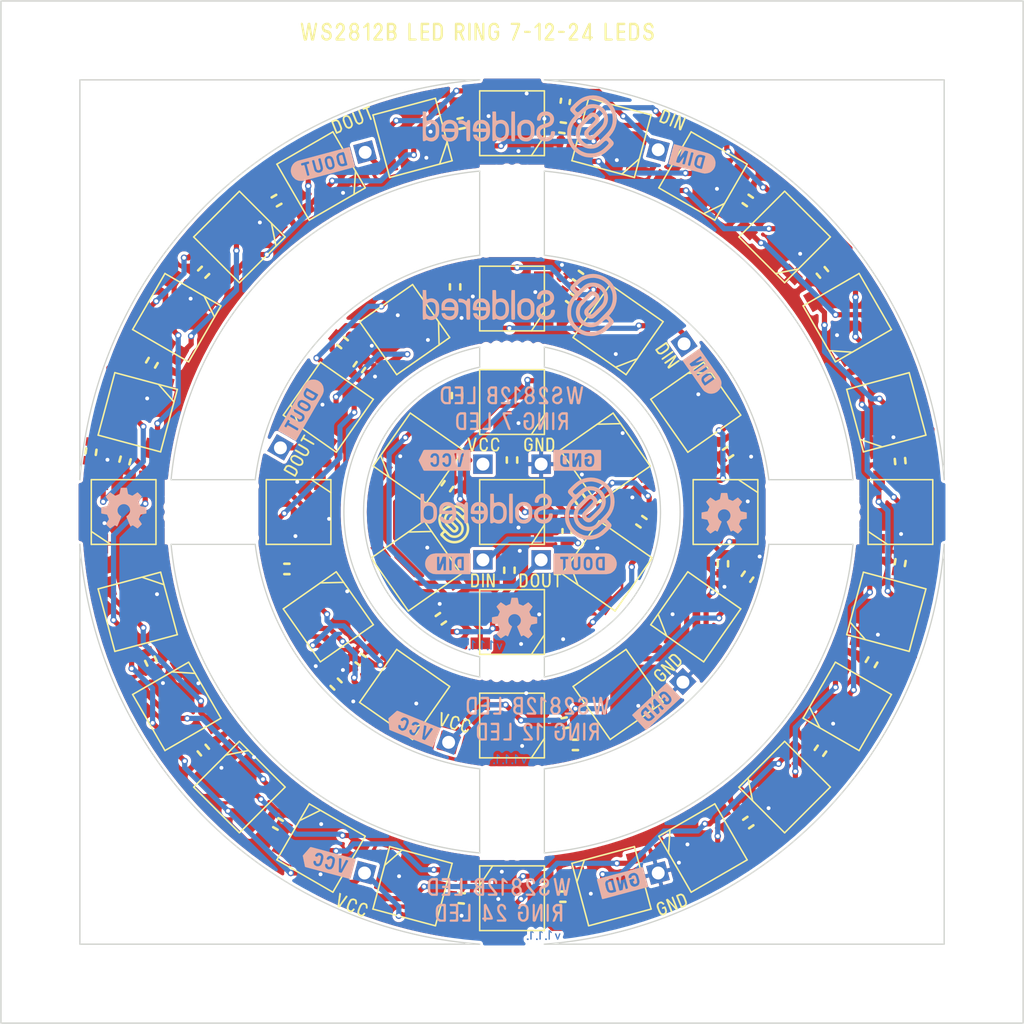
<source format=kicad_pcb>
(kicad_pcb (version 20210623) (generator pcbnew)
  (layers (0 "F.Cu" signal) (31 "B.Cu" signal) (34 "B.Paste" user) (35 "F.Paste" user) (36 "B.SilkS" user "B.Silkscreen") (37 "F.SilkS" user "F.Silkscreen") (38 "B.Mask" user) (39 "F.Mask" user) (44 "Edge.Cuts" user))
  (net 0 "")
  (net 1 "VCC")
  (net 2 "GND")
  (net 3 "Net-(LED1-Pad2)")
  (net 4 "Net-(LED2-Pad2)")
  (net 5 "Net-(LED3-Pad2)")
  (net 6 "Net-(LED4-Pad2)")
  (net 7 "Net-(LED5-Pad2)")
  (net 8 "Net-(LED6-Pad2)")
  (net 9 "Net-(LED7-Pad2)")
  (net 10 "Net-(LED1-Pad4)")
  (net 11 "Net-(PAD2-Pad1)")
  (net 12 "Net-(LED8-Pad2)")
  (net 13 "Net-(LED8-Pad4)")
  (net 14 "Net-(LED10-Pad4)")
  (net 15 "Net-(LED10-Pad2)")
  (net 16 "Net-(LED11-Pad2)")
  (net 17 "Net-(LED12-Pad2)")
  (net 18 "Net-(LED13-Pad2)")
  (net 19 "Net-(LED14-Pad2)")
  (net 20 "Net-(LED15-Pad2)")
  (net 21 "Net-(LED15-Pad4)")
  (net 22 "Net-(LED16-Pad2)")
  (net 23 "Net-(LED17-Pad2)")
  (net 24 "Net-(LED19-Pad2)")
  (net 25 "Net-(PAD10-Pad1)")
  (net 26 "Net-(LED20-Pad2)")
  (net 27 "Net-(LED20-Pad4)")
  (net 28 "Net-(LED21-Pad2)")
  (net 29 "Net-(LED21-Pad4)")
  (net 30 "Net-(LED22-Pad2)")
  (net 31 "Net-(LED23-Pad2)")
  (net 32 "Net-(LED24-Pad2)")
  (net 33 "Net-(LED25-Pad2)")
  (net 34 "Net-(LED26-Pad2)")
  (net 35 "Net-(LED27-Pad2)")
  (net 36 "Net-(LED28-Pad2)")
  (net 37 "Net-(LED28-Pad4)")
  (net 38 "Net-(LED29-Pad2)")
  (net 39 "Net-(LED30-Pad2)")
  (net 40 "Net-(LED31-Pad2)")
  (net 41 "Net-(LED32-Pad2)")
  (net 42 "Net-(LED33-Pad2)")
  (net 43 "Net-(LED34-Pad2)")
  (net 44 "Net-(LED35-Pad2)")
  (net 45 "Net-(LED36-Pad2)")
  (net 46 "Net-(LED37-Pad2)")
  (net 47 "Net-(LED38-Pad2)")
  (net 48 "Net-(LED39-Pad2)")
  (net 49 "Net-(LED40-Pad2)")
  (net 50 "Net-(LED43-Pad2)")
  (net 51 "Net-(PAD18-Pad1)")
  (footprint "Soldered Graphics:Logo-Back-SolderedFULL-15mm" (layer "F.Cu") (at 111.93 108.24)
    (fp_text reference "REF**" hide)
    (fp_text value "Logo-Front-SolderedFULL-15mm" hide)
  )
  (footprint "e-radionica.com footprinti:WS2812B LED" (layer "F.Cu") (at 132.57 129.76 -135)
    (fp_text reference "LED21")
    (fp_text value "WS2812B")
  )
  (footprint "e-radionica.com footprinti:HOLE_0.5mm" (layer "F.Cu") (at 111.1 121.2 180)
    (fp_text reference "REF**" hide)
    (fp_text value "HOLE_0.5mm" hide)
  )
  (footprint "e-radionica.com footprinti:PAD_2x1.5" (layer "F.Cu") (at 100.11 136.37 -15)
    (fp_text reference "PAD20")
    (fp_text value "PAD_2x1.5")
  )
  (footprint "Soldered Graphics:Logo-Back-OSH-3.5mm" (layer "F.Cu") (at 111.7 116.7)
    (fp_text reference "G***" hide)
    (fp_text value "LOGO" hide)
  )
  (footprint "e-radionica.com footprinti:FIDUCIAL_23" (layer "F.Cu") (at 111.5 92)
    (fp_text reference "FD2")
    (fp_text value "FIDUCIAL")
  )
  (footprint "e-radionica.com footprinti:WS2812B LED" (layer "F.Cu") (at 125.7 100.4 125)
    (fp_text reference "LED10")
    (fp_text value "WS2812B")
  )
  (footprint "e-radionica.com footprinti:WS2812B LED" (layer "F.Cu") (at 104.25 104.333334 -125)
    (fp_text reference "LED7")
    (fp_text value "WS2812B")
  )
  (footprint "e-radionica.com footprinti:HOLE_0.5mm" (layer "F.Cu") (at 131.6 107.3 -90)
    (fp_text reference "REF**" hide)
    (fp_text value "HOLE_0.5mm" hide)
  )
  (footprint "e-radionica.com footprinti:HOLE_0.5mm" (layer "F.Cu") (at 137.8 110.5 -90)
    (fp_text reference "REF**" hide)
    (fp_text value "HOLE_0.5mm" hide)
  )
  (footprint "e-radionica.com footprinti:PAD_2x1.5" (layer "F.Cu") (at 122.78 136.4 15)
    (fp_text reference "PAD21")
    (fp_text value "PAD_2x1.5")
  )
  (footprint "e-radionica.com footprinti:WS2812B LED" (layer "F.Cu") (at 125.7 116.6 -125)
    (fp_text reference "LED12")
    (fp_text value "WS2812B")
  )
  (footprint "e-radionica.com footprinti:WS2812B LED" (layer "F.Cu") (at 140.43 116.21 -105)
    (fp_text reference "LED38")
    (fp_text value "WS2812B")
  )
  (footprint "e-radionica.com footprinti:HOLE_0.5mm" (layer "F.Cu") (at 111.9 82)
    (fp_text reference "REF**" hide)
    (fp_text value "HOLE_0.5mm" hide)
  )
  (footprint "e-radionica.com footprinti:HOLE_0.5mm" (layer "F.Cu") (at 91.4 107.3 90)
    (fp_text reference "REF**" hide)
    (fp_text value "HOLE_0.5mm" hide)
  )
  (footprint "e-radionica.com footprinti:0603C" (layer "F.Cu") (at 111.3 113 90)
    (fp_text reference "C5")
    (fp_text value "0603C")
  )
  (footprint "e-radionica.com footprinti:PAD_2x1.5" (layer "F.Cu") (at 124.8 95.5 125)
    (fp_text reference "PAD10")
    (fp_text value "PAD_2x1.5")
  )
  (footprint "e-radionica.com footprinti:PAD_2x1.5" (layer "F.Cu") (at 100.11 136.37 -15)
    (fp_text reference "PAD24")
    (fp_text value "PAD_2x1.5")
  )
  (footprint "e-radionica.com footprinti:HOLE_0.5mm" (layer "F.Cu") (at 137.9 109.7 -90)
    (fp_text reference "REF**" hide)
    (fp_text value "HOLE_0.5mm" hide)
  )
  (footprint "e-radionica.com footprinti:HOLE_0.5mm" (layer "F.Cu") (at 110.3 121.2 180)
    (fp_text reference "REF**" hide)
    (fp_text value "HOLE_0.5mm" hide)
  )
  (footprint "e-radionica.com footprinti:0603C" (layer "F.Cu") (at 87.663812 89.966188 -135)
    (fp_text reference "C26")
    (fp_text value "0603C")
  )
  (footprint "e-radionica.com footprinti:PAD_2x1.5" (layer "F.Cu") (at 122.78 80.52 -15)
    (fp_text reference "PAD19")
    (fp_text value "PAD_2x1.5")
  )
  (footprint "e-radionica.com footprinti:HOLE_0.5mm" (layer "F.Cu") (at 111.1 128.6 180)
    (fp_text reference "REF**" hide)
    (fp_text value "HOLE_0.5mm" hide)
  )
  (footprint "e-radionica.com footprinti:0603C" (layer "F.Cu") (at 106 116.75 35)
    (fp_text reference "C6")
    (fp_text value "0603C")
  )
  (footprint "e-radionica.com footprinti:0603C" (layer "F.Cu") (at 129.7 113.5 55)
    (fp_text reference "C12")
    (fp_text value "0603C")
  )
  (footprint "e-radionica.com footprinti:HOLE_0.5mm" (layer "F.Cu") (at 113.5 82.2)
    (fp_text reference "REF**" hide)
    (fp_text value "HOLE_0.5mm" hide)
  )
  (footprint "e-radionica.com footprinti:WS2812B LED" (layer "F.Cu") (at 111.5 78.45)
    (fp_text reference "LED20")
    (fp_text value "WS2812B")
  )
  (footprint "e-radionica.com footprinti:0603C" (layer "F.Cu") (at 107.57 78.46 -168)
    (fp_text reference "C40")
    (fp_text value "0603C")
  )
  (footprint "e-radionica.com footprinti:HOLE_0.5mm" (layer "F.Cu") (at 91.4 109.7 90)
    (fp_text reference "REF**" hide)
    (fp_text value "HOLE_0.5mm" hide)
  )
  (footprint "e-radionica.com footprinti:HOLE_0.5mm" (layer "F.Cu") (at 109.5 134.8 180)
    (fp_text reference "REF**" hide)
    (fp_text value "HOLE_0.5mm" hide)
  )
  (footprint "e-radionica.com footprinti:PAD_2x1.5" (layer "F.Cu") (at 124.7 121.6 135)
    (fp_text reference "PAD9")
    (fp_text value "PAD_2x1.5")
  )
  (footprint "e-radionica.com footprinti:0603C" (layer "F.Cu") (at 98.4 95.4 -40)
    (fp_text reference "C19")
    (fp_text value "0603C")
  )
  (footprint "e-radionica.com footprinti:HOLE_0.5mm" (layer "F.Cu") (at 111.1 88.3)
    (fp_text reference "REF**" hide)
    (fp_text value "HOLE_0.5mm" hide)
  )
  (footprint "e-radionica.com footprinti:HOLE_0.5mm" (layer "F.Cu") (at 91.4 108.9 90)
    (fp_text reference "REF**" hide)
    (fp_text value "HOLE_0.5mm" hide)
  )
  (footprint "e-radionica.com footprinti:HOLE_0.5mm" (layer "F.Cu") (at 111.9 128.6 180)
    (fp_text reference "REF**" hide)
    (fp_text value "HOLE_0.5mm" hide)
  )
  (footprint "e-radionica.com footprinti:WS2812B LED" (layer "F.Cu") (at 118.7 104.33334 125)
    (fp_text reference "LED3")
    (fp_text value "WS2812B")
  )
  (footprint "e-radionica.com footprinti:0603C" (layer "F.Cu") (at 107.25 99.5 -90)
    (fp_text reference "C2")
    (fp_text value "0603C")
  )
  (footprint "e-radionica.com footprinti:0603C" (layer "F.Cu") (at 116.6 90.3 145)
    (fp_text reference "C9")
    (fp_text value "0603C")
  )
  (footprint "e-radionica.com footprinti:WS2812B LED" (layer "F.Cu") (at 126.26 82.53 -30)
    (fp_text reference "LED24")
    (fp_text value "WS2812B")
  )
  (footprint "buzzardLabel" (layer "F.Cu") (at 108.8 71.4)
    (fp_text reference "")
    (fp_text value "")
  )
  (footprint "e-radionica.com footprinti:HOLE_0.5mm" (layer "F.Cu") (at 112.7 97)
    (fp_text reference "REF**" hide)
    (fp_text value "HOLE_0.5mm" hide)
  )
  (footprint "e-radionica.com footprinti:HOLE_0.5mm" (layer "F.Cu") (at 112.7 121.2 180)
    (fp_text reference "REF**" hide)
    (fp_text value "HOLE_0.5mm" hide)
  )
  (footprint "e-radionica.com footprinti:HOLE_0.5mm" (layer "F.Cu") (at 112.7 88.3)
    (fp_text reference "REF**" hide)
    (fp_text value "HOLE_0.5mm" hide)
  )
  (footprint "e-radionica.com footprinti:FIDUCIAL_23" (layer "F.Cu") (at 118.7 104.33334)
    (fp_text reference "FD1")
    (fp_text value "FIDUCIAL")
  )
  (footprint "e-radionica.com footprinti:HOLE_0.5mm" (layer "F.Cu") (at 85 108.9 90)
    (fp_text reference "REF**" hide)
    (fp_text value "HOLE_0.5mm" hide)
  )
  (footprint "e-radionica.com footprinti:WS2812B LED" (layer "F.Cu") (at 103.2 94.4 35)
    (fp_text reference "LED19")
    (fp_text value "WS2812B")
  )
  (footprint "e-radionica.com footprinti:HOLE_0.5mm" (layer "F.Cu") (at 112.7 95.7)
    (fp_text reference "REF**" hide)
    (fp_text value "HOLE_0.5mm" hide)
  )
  (footprint "e-radionica.com footprinti:HOLE_0.5mm" (layer "F.Cu") (at 110.3 97)
    (fp_text reference "REF**" hide)
    (fp_text value "HOLE_0.5mm" hide)
  )
  (footprint "e-radionica.com footprinti:HOLE_0.5mm" (layer "F.Cu") (at 109.5 88.4)
    (fp_text reference "REF**" hide)
    (fp_text value "HOLE_0.5mm" hide)
  )
  (footprint "e-radionica.com footprinti:HOLE_0.5mm" (layer "F.Cu") (at 111.1 82)
    (fp_text reference "REF**" hide)
    (fp_text value "HOLE_0.5mm" hide)
  )
  (footprint "e-radionica.com footprinti:0603R" (layer "F.Cu") (at 115.62 76.76 82)
    (fp_text reference "R3")
    (fp_text value "100")
  )
  (footprint "e-radionica.com footprinti:0603C" (layer "F.Cu") (at 135.49 89.98 130)
    (fp_text reference "C39")
    (fp_text value "0603C")
  )
  (footprint "e-radionica.com footprinti:0603C" (layer "F.Cu") (at 116.4 126.5 180)
    (fp_text reference "C14")
    (fp_text value "0603C")
  )
  (footprint "e-radionica.com footprinti:HOLE_0.5mm" (layer "F.Cu") (at 109.5 119.9 180)
    (fp_text reference "REF**" hide)
    (fp_text value "HOLE_0.5mm" hide)
  )
  (footprint "e-radionica.com footprinti:WS2812B LED" (layer "F.Cu") (at 128 108.5 90)
    (fp_text reference "LED11")
    (fp_text value "WS2812B")
  )
  (footprint "e-radionica.com footprinti:PAD_2x1.5" (layer "F.Cu") (at 100.14 80.68 15)
    (fp_text reference "PAD22")
    (fp_text value "PAD_2x1.5")
  )
  (footprint "buzzardLabel" (layer "F.Cu") (at 123.55 120.55 45)
    (fp_text reference "")
    (fp_text value "")
  )
  (footprint "e-radionica.com footprinti:PAD_2x1.5" (layer "F.Cu") (at 113.75 104.8)
    (fp_text reference "PAD4")
    (fp_text value "PAD_2x1.5")
  )
  (footprint "e-radionica.com footprinti:0603C" (layer "F.Cu") (at 115.41 78.8 172)
    (fp_text reference "C42")
    (fp_text value "0603C")
  )
  (footprint "e-radionica.com footprinti:WS2812B LED" (layer "F.Cu") (at 95 108.5 90)
    (fp_text reference "LED15")
    (fp_text value "WS2812B")
  )
  (footprint "Soldered Graphics:Logo-Back-SolderedFULL-15mm" (layer "F.Cu") (at 112.1 92.5)
    (fp_text reference "REF**" hide)
    (fp_text value "Logo-Front-SolderedFULL-15mm" hide)
  )
  (footprint "e-radionica.com footprinti:HOLE_0.5mm" (layer "F.Cu") (at 111.9 88.3)
    (fp_text reference "REF**" hide)
    (fp_text value "HOLE_0.5mm" hide)
  )
  (footprint "e-radionica.com footprinti:HOLE_0.5mm" (layer "F.Cu") (at 131.5 110.5 -90)
    (fp_text reference "REF**" hide)
    (fp_text value "HOLE_0.5mm" hide)
  )
  (footprint "Soldered Graphics:Logo-Front-Soldered-3mm" (layer "F.Cu") (at 107 109.44)
    (fp_text reference "G***" hide)
    (fp_text value "LOGO" hide)
  )
  (footprint "e-radionica.com footprinti:HOLE_0.5mm" (layer "F.Cu") (at 110.3 120 180)
    (fp_text reference "REF**" hide)
    (fp_text value "HOLE_0.5mm" hide)
  )
  (footprint "e-radionica.com footprinti:HOLE_0.5mm" (layer "F.Cu") (at 137.8 106.5 -90)
    (fp_text reference "REF**" hide)
    (fp_text value "HOLE_0.5mm" hide)
  )
  (footprint "buzzardLabel" (layer "F.Cu") (at 95.1 104.15 60)
    (fp_text reference "")
    (fp_text value "")
  )
  (footprint "e-radionica.com footprinti:0603C" (layer "F.Cu") (at 94.1 112.9)
    (fp_text reference "C17")
    (fp_text value "0603C")
  )
  (footprint "e-radionica.com footprinti:WS2812B LED" (layer "F.Cu") (at 119.7 122.6 35)
    (fp_text reference "LED13")
    (fp_text value "WS2812B")
  )
  (footprint "e-radionica.com footprinti:HOLE_0.5mm" (layer "F.Cu") (at 110.3 128.6 180)
    (fp_text reference "REF**" hide)
    (fp_text value "HOLE_0.5mm" hide)
  )
  (footprint "e-radionica.com footprinti:PAD_2x1.5" (layer "F.Cu") (at 100.14 80.68 15)
    (fp_text reference "PAD23")
    (fp_text value "PAD_2x1.5")
  )
  (footprint "e-radionica.com footprinti:HOLE_0.5mm" (layer "F.Cu") (at 113.5 97.1)
    (fp_text reference "REF**" hide)
    (fp_text value "HOLE_0.5mm" hide)
  )
  (footprint "e-radionica.com footprinti:0603C" (layer "F.Cu") (at 135.34 126.95 55)
    (fp_text reference "C22")
    (fp_text value "0603C")
  )
  (footprint "e-radionica.com footprinti:0603C" (layer "F.Cu") (at 107.61 138.35 -5)
    (fp_text reference "C24")
    (fp_text value "0603C")
  )
  (footprint "e-radionica.com footprinti:HOLE_0.5mm" (layer "F.Cu") (at 131.6 108.1 -90)
    (fp_text reference "REF**" hide)
    (fp_text value "HOLE_0.5mm" hide)
  )
  (footprint "e-radionica.com footprinti:HOLE_0.5mm" (layer "F.Cu") (at 110.3 82.1)
    (fp_text reference "REF**" hide)
    (fp_text value "HOLE_0.5mm" hide)
  )
  (footprint "buzzardLabel" (layer "F.Cu") (at 123.85 138.85 22)
    (fp_text reference "")
    (fp_text value "")
  )
  (footprint "e-radionica.com footprinti:WS2812B LED" (layer "F.Cu") (at 81.48 108.5 -90)
    (fp_text reference "LED28")
    (fp_text value "WS2812B")
  )
  (footprint "e-radionica.com footprinti:HOLE_0.5mm" (layer "F.Cu") (at 111.9 120 180)
    (fp_text reference "REF**" hide)
    (fp_text value "HOLE_0.5mm" hide)
  )
  (footprint "e-radionica.com footprinti:WS2812B LED" (layer "F.Cu") (at 103.2 122.6 -35)
    (fp_text reference "LED16")
    (fp_text value "WS2812B")
  )
  (footprint "e-radionica.com footprinti:PAD_2x1.5" (layer "F.Cu") (at 122.78 80.52 -15)
    (fp_text reference "PAD18")
    (fp_text value "PAD_2x1.5")
  )
  (footprint "e-radionica.com footprinti:HOLE_0.5mm" (layer "F.Cu") (at 111.9 121.2 180)
    (fp_text reference "REF**" hide)
    (fp_text value "HOLE_0.5mm" hide)
  )
  (footprint "e-radionica.com footprinti:WS2812B LED" (layer "F.Cu") (at 111.5 92)
    (fp_text reference "LED8")
    (fp_text value "WS2812B")
  )
  (footprint "e-radionica.com footprinti:HOLE_0.5mm" (layer "F.Cu") (at 112.7 128.6 180)
    (fp_text reference "REF**" hide)
    (fp_text value "HOLE_0.5mm" hide)
  )
  (footprint "e-radionica.com footprinti:HOLE_0.5mm" (layer "F.Cu") (at 113.5 88.4)
    (fp_text reference "REF**" hide)
    (fp_text value "HOLE_0.5mm" hide)
  )
  (footprint "e-radionica.com footprinti:0603R" (layer "F.Cu") (at 116 92 -35)
    (fp_text reference "R2")
    (fp_text value "100")
  )
  (footprint "e-radionica.com footprinti:HOLE_0.5mm" (layer "F.Cu") (at 113.5 134.8 180)
    (fp_text reference "REF**" hide)
    (fp_text value "HOLE_0.5mm" hide)
  )
  (footprint "e-radionica.com footprinti:HOLE_0.5mm" (layer "F.Cu") (at 109.5 82.2)
    (fp_text reference "REF**" hide)
    (fp_text value "HOLE_0.5mm" hide)
  )
  (footprint "e-radionica.com footprinti:WS2812B LED" (layer "F.Cu") (at 97.3 116.6 125)
    (fp_text reference "LED18")
    (fp_text value "WS2812B")
  )
  (footprint "e-radionica.com footprinti:0603C" (layer "F.Cu") (at 141.5 104.56 95)
    (fp_text reference "C41")
    (fp_text value "0603C")
  )
  (footprint "buzzardLabel" (layer "F.Cu") (at 107.05 124.8 -15)
    (fp_text reference "")
    (fp_text value "")
  )
  (footprint "Soldered Graphics:Logo-Back-OSH-3.5mm" (layer "F.Cu") (at 127.9 108.6)
    (fp_text reference "G***" hide)
    (fp_text value "LOGO" hide)
  )
  (footprint "e-radionica.com footprinti:WS2812B LED" (layer "F.Cu") (at 111.5 100)
    (fp_text reference "LED2")
    (fp_text value "WS2812B")
  )
  (footprint "e-radionica.com footprinti:HOLE_0.5mm" (layer "F.Cu") (at 112.7 82.1)
    (fp_text reference "REF**" hide)
    (fp_text value "HOLE_0.5mm" hide)
  )
  (footprint "buzzardLabel" (layer "F.Cu") (at 123.5 96.4 -55)
    (fp_text reference "")
    (fp_text value "")
  )
  (footprint "e-radionica.com footprinti:HOLE_0.5mm" (layer "F.Cu") (at 137.9 107.3 -90)
    (fp_text reference "REF**" hide)
    (fp_text value "HOLE_0.5mm" hide)
  )
  (footprint "e-radionica.com footprinti:0603C" (layer "F.Cu") (at 129.76 132.5 35)
    (fp_text reference "C36")
    (fp_text value "0603C")
  )
  (footprint "e-radionica.com footprinti:HOLE_0.5mm" (layer "F.Cu") (at 111.9 95.7)
    (fp_text reference "REF**" hide)
    (fp_text value "HOLE_0.5mm" hide)
  )
  (footprint "e-radionica.com footprinti:HOLE_0.5mm" (layer "F.Cu") (at 110.3 95.7)
    (fp_text reference "REF**" hide)
    (fp_text value "HOLE_0.5mm" hide)
  )
  (footprint "buzzardLabel" (layer "F.Cu") (at 109.3 103.3)
    (fp_text reference "")
    (fp_text value "")
  )
  (footprint "e-radionica.com footprinti:HOLE_0.5mm" (layer "F.Cu") (at 111.1 95.7)
    (fp_text reference "REF**" hide)
    (fp_text value "HOLE_0.5mm" hide)
  )
  (footprint "e-radionica.com footprinti:HOLE_0.5mm" (layer "F.Cu") (at 85 108.1 90)
    (fp_text reference "REF**" hide)
    (fp_text value "HOLE_0.5mm" hide)
  )
  (footprint "e-radionica.com footprinti:HOLE_0.5mm" (layer "F.Cu") (at 85.2 110.5 90)
    (fp_text reference "REF**" hide)
    (fp_text value "HOLE_0.5mm" hide)
  )
  (footprint "e-radionica.com footprinti:PAD_2x1.5" (layer "F.Cu") (at 124.7 121.6 135)
    (fp_text reference "PAD13")
    (fp_text value "PAD_2x1.5")
  )
  (footprint "e-radionica.com footprinti:0603C" (layer "F.Cu") (at 78.96 103.83 -98)
    (fp_text reference "C25")
    (fp_text value "0603C")
  )
  (footprint "e-radionica.com footprinti:WS2812B LED" (layer "F.Cu") (at 90.43 129.76 135)
    (fp_text reference "LED36")
    (fp_text value "WS2812B")
  )
  (footprint "e-radionica.com footprinti:WS2812B LED" (layer "F.Cu") (at 141.52 108.5 -90)
    (fp_text reference "LED35")
    (fp_text value "WS2812B")
  )
  (footprint "e-radionica.com footprinti:0603C" (layer "F.Cu") (at 97.9 121.8 -45)
    (fp_text reference "C16")
    (fp_text value "0603C")
  )
  (footprint "e-radionica.com footprinti:HOLE_0.5mm" (layer "F.Cu") (at 91.5 110.5 90)
    (fp_text reference "REF**" hide)
    (fp_text value "HOLE_0.5mm" hide)
  )
  (footprint "e-radionica.com footprinti:WS2812B LED" (layer "F.Cu") (at 119.7 94.4 -35)
    (fp_text reference "LED9")
    (fp_text value "WS2812B")
  )
  (footprint "e-radionica.com footprinti:WS2812B LED" (layer "F.Cu") (at 119.19 79.58 -15)
    (fp_text reference "LED22")
    (fp_text value "WS2812B")
  )
  (footprint "e-radionica.com footprinti:WS2812B LED" (layer "F.Cu") (at 111.5 125)
    (fp_text reference "LED14")
    (fp_text value "WS2812B")
  )
  (footprint "e-radionica.com footprinti:0603C" (layer "F.Cu") (at 81.591062 104.515126 -105)
    (fp_text reference "C38")
    (fp_text value "0603C")
  )
  (footprint "e-radionica.com footprinti:WS2812B LED" (layer "F.Cu") (at 82.57 116.21 105)
    (fp_text reference "LED42")
    (fp_text value "WS2812B")
  )
  (footprint "e-radionica.com footprinti:HOLE_0.5mm" (layer "F.Cu") (at 138 108.1 -90)
    (fp_text reference "REF**" hide)
    (fp_text value "HOLE_0.5mm" hide)
  )
  (footprint "e-radionica.com footprinti:PAD_2x1.5" (layer "F.Cu") (at 113.75 112.2)
    (fp_text reference "PAD5")
    (fp_text value "PAD_2x1.5")
  )
  (footprint "e-radionica.com footprinti:0603C" (layer "F.Cu") (at 107.1 91.1 -90)
    (fp_text reference "C8")
    (fp_text value "0603C")
  )
  (footprint "e-radionica.com footprinti:WS2812B LED" (layer "F.Cu") (at 126.26 134.47 -150)
    (fp_text reference "LED23")
    (fp_text value "WS2812B")
  )
  (footprint "e-radionica.com footprinti:PAD_2x1.5" (layer "F.Cu") (at 109.25 112.2)
    (fp_text reference "PAD2")
    (fp_text value "PAD_2x1.5")
  )
  (footprint "buzzardLabel" (layer "F.Cu") (at 113.7 113.8)
    (fp_text reference "")
    (fp_text value "")
  )
  (footprint "e-radionica.com footprinti:0603C" (layer "F.Cu") (at 99.8 119.91 145)
    (fp_text reference "C15")
    (fp_text value "0603C")
  )
  (footprint "buzzardLabel" (layer "F.Cu") (at 123.9 78.2 -22)
    (fp_text reference "")
    (fp_text value "")
  )
  (footprint "e-radionica.com footprinti:0603C" (layer "F.Cu") (at 121.5 109.25 145)
    (fp_text reference "C4")
    (fp_text value "0603C")
  )
  (footprint "e-radionica.com footprinti:0603C" (layer "F.Cu") (at 87.64 126.9 -50)
    (fp_text reference "C30")
    (fp_text value "0603C")
  )
  (footprint "e-radionica.com footprinti:HOLE_0.5mm" (layer "F.Cu") (at 113.5 119.9 180)
    (fp_text reference "REF**" hide)
    (fp_text value "HOLE_0.5mm" hide)
  )
  (footprint "e-radionica.com footprinti:HOLE_0.5mm" (layer "F.Cu") (at 113.5 95.8)
    (fp_text reference "REF**" hide)
    (fp_text value "HOLE_0.5mm" hide)
  )
  (footprint "e-radionica.com footprinti:HOLE_0.5mm" (layer "F.Cu") (at 138 108.9 -90)
    (fp_text reference "REF**" hide)
    (fp_text value "HOLE_0.5mm" hide)
  )
  (footprint "e-radionica.com footprinti:0603C" (layer "F.Cu") (at 115.6 124.8 -170)
    (fp_text reference "C13")
    (fp_text value "0603C")
  )
  (footprint "e-radionica.com footprinti:HOLE_0.5mm" (layer "F.Cu") (at 109.5 128.5 180)
    (fp_text reference "REF**" hide)
    (fp_text value "HOLE_0.5mm" hide)
  )
  (footprint "e-radionica.com footprinti:0603C" (layer "F.Cu") (at 83.665 96.962199 -120)
    (fp_text reference "C28")
    (fp_text value "0603C")
  )
  (footprint "buzzardLabel" (layer "F.Cu") (at 99.2 78.2 22)
    (fp_text reference "")
    (fp_text value "")
  )
  (footprint "e-radionica.com footprinti:0603C" (layer "F.Cu") (at 93.3 84.43 -150)
    (fp_text reference "C33")
    (fp_text value "0603C")
  )
  (footprint "e-radionica.com footprinti:PAD_2x1.5" (layer "F.Cu") (at 106.6 126.3 -22)
    (fp_text reference "PAD16")
    (fp_text value "PAD_2x1.5")
  )
  (footprint "e-radionica.com footprinti:HOLE_0.5mm" (layer "F.Cu") (at 85.1 109.7 90)
    (fp_text reference "REF**" hide)
    (fp_text value "HOLE_0.5mm" hide)
  )
  (footprint "e-radionica.com footprinti:HOLE_0.5mm" (layer "F.Cu") (at 85.2 106.5 90)
    (fp_text reference "REF**" hide)
    (fp_text value "HOLE_0.5mm" hide)
  )
  (footprint "e-radionica.com footprinti:0603C" (layer "F.Cu") (at 83.59 120.02 -65)
    (fp_text reference "C31")
    (fp_text value "0603C")
  )
  (footprint "e-radionica.com footprinti:HOLE_0.5mm" (layer "F.Cu") (at 111.9 135 180)
    (fp_text reference "REF**" hide)
    (fp_text value "HOLE_0.5mm" hide)
  )
  (footprint "buzzardLabel" (layer "F.Cu") (at 113.6 103.3)
    (fp_text reference "")
    (fp_text value "")
  )
  (footprint "e-radionica.com footprinti:WS2812B LED" (layer "F.Cu") (at 96.74 82.53 30)
    (fp_text reference "LED40")
    (fp_text value "WS2812B")
  )
  (footprint "e-radionica.com footprinti:WS2812B LED" (layer "F.Cu") (at 85.59 93.48 60)
    (fp_text reference "LED34")
    (fp_text value "WS2812B")
  )
  (footprint "e-radionica.com footprinti:HOLE_0.5mm" (layer "F.Cu") (at 131.6 109.7 -90)
    (fp_text reference "REF**" hide)
    (fp_text value "HOLE_0.5mm" hide)
  )
  (footprint "e-radionica.com footprinti:WS2812B LED" (layer "F.Cu") (at 96.74 134.47 150)
    (fp_text reference "LED33")
    (fp_text value "WS2812B")
  )
  (footprint "e-radionica.com footprinti:PAD_2x1.5" (layer "F.Cu") (at 93.6 103.5 150)
    (fp_text reference "PAD14")
    (fp_text value "PAD_2x1.5")
  )
  (footprint "e-radionica.com footprinti:HOLE_0.5mm" (layer "F.Cu") (at 111.1 120 180)
    (fp_text reference "REF**" hide)
    (fp_text value "HOLE_0.5mm" hide)
  )
  (footprint "e-radionica.com footprinti:WS2812B LED" (layer "F.Cu") (at 111.5 108.5)
    (fp_text reference "LED1")
    (fp_text value "WS2812B")
  )
  (footprint "e-radionica.com footprinti:0603C" (layer "F.Cu") (at 116.75 107.5 125)
    (fp_text reference "C3")
    (fp_text value "0603C")
  )
  (footprint "e-radionica.com footprinti:HOLE_0.5mm" (layer "F.Cu") (at 131.5 106.5 -90)
    (fp_text reference "REF**" hide)
    (fp_text value "HOLE_0.5mm" hide)
  )
  (footprint "e-radionica.com footprinti:HOLE_0.5mm" (layer "F.Cu") (at 131.6 108.9 -90)
    (fp_text reference "REF**" hide)
    (fp_text value "HOLE_0.5mm" hide)
  )
  (footprint "e-radionica.com footprinti:0603C" (layer "F.Cu") (at 106.5 106.5 -125)
    (fp_text reference "C7")
    (fp_text value "0603C")
  )
  (footprint "e-radionica.com footprinti:0603C" (layer "F.Cu") (at 127.8 112.5 -90)
    (fp_text reference "C11")
    (fp_text value "0603C")
  )
  (footprint "e-radionica.com footprinti:WS2812B LED" (layer "F.Cu") (at 137.41 93.48 -60)
    (fp_text reference "LED29")
    (fp_text value "WS2812B")
  )
  (footprint "e-radionica.com footprinti:0603C" (layer "F.Cu") (at 111.5 104.48 90)
    (fp_text reference "C1")
    (fp_text value "0603C")
  )
  (footprint "e-radionica.com footprinti:WS2812B LED" (layer "F.Cu") (at 103.81 137.42 165)
    (fp_text reference "LED30")
    (fp_text value "WS2812B")
  )
  (footprint "e-radionica.com footprinti:WS2812B LED" (layer "F.Cu") (at 132.57 87.24 -45)
    (fp_text reference "LED26")
    (fp_text value "WS2812B")
  )
  (footprint "e-radionica.com footprinti:WS2812B LED" (layer "F.Cu") (at 137.41 123.52 -120)
    (fp_text reference "LED41")
    (fp_text value "WS2812B")
  )
  (footprint "e-radionica.com footprinti:WS2812B LED" (layer "F.Cu") (at 140.43 100.79 -75)
    (fp_text reference "LED32")
    (fp_text value "WS2812B")
  )
  (footprint "e-radionica.com footprinti:WS2812B LED" (layer "F.Cu") (at 104.1 112.66667 125)
    (fp_text reference "LED6")
    (fp_text value "WS2812B")
  )
  (footprint "e-radionica.com footprinti:0603R" (layer "F.Cu") (at 115.75 109.975 -90)
    (fp_text reference "R1")
    (fp_text value "100")
  )
  (footprint "e-radionica.com footprinti:HOLE_0.5mm" (layer "F.Cu") (at 110.3 134.9 180)
    (fp_text reference "REF**" hide)
    (fp_text value "HOLE_0.5mm" hide)
  )
  (footprint "e-radionica.com footprinti:HOLE_0.5mm" (layer "F.Cu") (at 112.7 134.9 180)
    (fp_text reference "REF**" hide)
    (fp_text value "HOLE_0.5mm" hide)
  )
  (footprint "e-radionica.com footprinti:WS2812B LED" (layer "F.Cu") (at 90.43 87.24 45)
    (fp_text reference "LED37")
    (fp_text value "WS2812B")
  )
  (footprint "Soldered Graphics:Logo-Back-SolderedFULL-15mm" (layer "F.Cu") (at 112.1 78.7)
    (fp_text reference "REF**" hide)
    (fp_text value "Logo-Front-SolderedFULL-15mm" hide)
  )
  (footprint "e-radionica.com footprinti:0603C" (layer "F.Cu") (at 141.5 112.41 80)
    (fp_text reference "C29")
    (fp_text value "0603C")
  )
  (footprint "e-radionica.com footprinti:HOLE_0.5mm" (layer "F.Cu") (at 110.3 88.3)
    (fp_text reference "REF**" hide)
    (fp_text value "HOLE_0.5mm" hide)
  )
  (footprint "e-radionica.com footprinti:HOLE_0.5mm" (layer "F.Cu") (at 85.1 107.3 90)
    (fp_text reference "REF**" hide)
    (fp_text value "HOLE_0.5mm" hide)
  )
  (footprint "e-radionica.com footprinti:0603C" (layer "F.Cu") (at 139.29 120.11 60)
    (fp_text reference "C27")
    (fp_text value "0603C")
  )
  (footprint "e-radionica.com footprinti:HOLE_0.5mm" (layer "F.Cu") (at 91.4 108.1 90)
    (fp_text reference "REF**" hide)
    (fp_text value "HOLE_0.5mm" hide)
  )
  (footprint "e-radionica.com footprinti:WS2812B LED" (layer "F.Cu") (at 97.3 100.4 -125)
    (fp_text reference "LED17")
    (fp_text value "WS2812B")
  )
  (footprint "e-radionica.com footprinti:HOLE_0.5mm" (layer "F.Cu") (at 112.7 120 180)
    (fp_text reference "REF**" hide)
    (fp_text value "HOLE_0.5mm" hide)
  )
  (footprint "e-radionica.com footprinti:HOLE_0.5mm" (layer "F.Cu") (at 111.1 135 180)
    (fp_text reference "REF**" hide)
    (fp_text value "HOLE_0.5mm" hide)
  )
  (footprint "e-radionica.com footprinti:WS2812B LED" (layer "F.Cu") (at 111.5 117)
    (fp_text reference "LED5")
    (fp_text value "WS2812B")
  )
  (footprint "buzzardLabel" (layer "F.Cu") (at 109.25 113.8)
    (fp_text reference "")
    (fp_text value "")
  )
  (footprint "e-radionica.com footprinti:HOLE_0.5mm" (layer "F.Cu") (at 113.5 128.5 180)
    (fp_text reference "REF**" hide)
    (fp_text value "HOLE_0.5mm" hide)
  )
  (footprint "Soldered Graphics:Logo-Back-OSH-3.5mm" (layer "F.Cu") (at 81.5 108.2)
    (fp_text reference "G***" hide)
    (fp_text value "LOGO" hide)
  )
  (footprint "e-radionica.com footprinti:PAD_2x1.5" (layer "F.Cu") (at 109.25 104.8)
    (fp_text reference "PAD3")
    (fp_text value "PAD_2x1.5")
  )
  (footprint "e-radionica.com footprinti:0603C" (layer "F.Cu") (at 99.7 97.3 55)
    (fp_text reference "C18")
    (fp_text value "0603C")
  )
  (footprint "e-radionica.com footprinti:WS2812B LED" (layer "F.Cu") (at 103.81 79.58 15)
    (fp_text reference "LED43")
    (fp_text value "WS2812B")
  )
  (footprint "e-radionica.com footprinti:WS2812B LED" (layer "F.Cu") (at 82.57 100.79 75)
    (fp_text reference "LED31")
    (fp_text value "WS2812B")
  )
  (footprint "e-radionica.com footprinti:FIDUCIAL_23" (layer "F.Cu") (at 111.53 77.8)
    (fp_text reference "FD3")
    (fp_text value "FIDUCIAL")
  )
  (footprint "e-radionica.com footprinti:PAD_2x1.5" (layer "F.Cu") (at 106.6 126.3 -15)
    (fp_text reference "PAD12")
    (fp_text value "PAD_2x1.5")
  )
  (footprint "e-radionica.com footprinti:HOLE_0.5mm" (layer "F.Cu") (at 91.5 106.5 90)
    (fp_text reference "REF**" hide)
    (fp_text value "HOLE_0.5mm" hide)
  )
  (footprint "e-radionica.com footprinti:0603C" (layer "F.Cu") (at 115.43 138.23)
    (fp_text reference "C34")
    (fp_text value "0603C")
  )
  (footprint "e-radionica.com footprinti:WS2812B LED" (layer "F.Cu") (at 119.19 137.42 -165)
    (fp_text reference "LED25")
    (fp_text value "WS2812B")
  )
  (footprint "buzzardLabel" (layer "F.Cu") (at 99.1 138.9 -22)
    (fp_text reference "")
    (fp_text value "")
  )
  (footprint "e-radionica.com footprinti:HOLE_0.5mm" (layer "F.Cu") (at 111.1 97)
    (fp_text reference "REF**" hide)
    (fp_text value "HOLE_0.5mm" hide)
  )
  (footprint "e-radionica.com footprinti:0603C" (layer "F.Cu") (at 93.41 132.61 -30)
    (fp_text reference "C20")
    (fp_text value "0603C")
  )
  (footprint "e-radionica.com footprinti:HOLE_0.5mm" (layer "F.Cu") (at 109.5 97.1)
    (fp_text reference "REF**" hide)
    (fp_text value "HOLE_0.5mm" hide)
  )
  (footprint "e-radionica.com footprinti:HOLE_0.5mm" (layer "F.Cu") (at 113.5 121.1 180)
    (fp_text reference "REF**" hide)
    (fp_text value "HOLE_0.5mm" hide)
  )
  (footprint "e-radionica.com footprinti:0603C" (layer "F.Cu") (at 128.2 103.9 35)
    (fp_text reference "C10")
    (fp_text value "0603C")
  )
  (footprint "e-radionica.com footprinti:HOLE_0.5mm" (layer "F.Cu") (at 111.9 97)
    (fp_text reference "REF**" hide)
    (fp_text value "HOLE_0.5mm" hide)
  )
  (footprint "e-radionica.com footprinti:WS2812B LED" (layer "F.Cu") (at 111.5 138.35 180)
    (fp_text reference "LED27")
    (fp_text value "WS2812B")
  )
  (footprint "e-radionica.com footprinti:HOLE_0.5mm" (layer "F.Cu") (at 109.5 95.8)
    (fp_text reference "REF**" hide)
    (fp_text value "HOLE_0.5mm" hide)
  )
  (footprint "e-radionica.com footprinti:0603C" (layer "F.Cu") (at 129.72 84.42 145)
    (fp_text reference "C43")
    (fp_text value "0603C")
  )
  (footprint "e-radionica.com footprinti:WS2812B LED" (layer "F.Cu") (at 118.85 112.666667 -125)
    (fp_text reference "LED4")
    (fp_text value "WS2812B")
  )
  (footprint "e-radionica.com footprinti:HOLE_0.5mm" (layer "F.Cu") (at 109.5 121.1 180)
    (fp_text reference "REF**" hide)
    (fp_text value "HOLE_0.5mm" hide)
  )
  (footprint "e-radionica.com footprinti:WS2812B LED" (layer "F.Cu") (at 85.59 123.52 120)
    (fp_text reference "LED39")
    (fp_text value "WS2812B")
  )
  (footprint "e-radionica.com footprinti:PAD_2x1.5" (layer "B.Cu") (at 113.75 104.8 180)
    (fp_text reference "PAD1")
    (fp_text value "PAD_2x1.5")
  )
  (footprint "buzzardLabel" (layer "B.Cu") (at 93.9 102.95 -120)
    (fp_text reference "")
    (fp_text value "")
  )
  (footprint "buzzardLabel" (layer "B.Cu") (at 125.1 96 125)
    (fp_text reference "")
    (fp_text value "")
  )
  (footprint "buzzardLabel" (layer "B.Cu") (at 110.5 139.5 180)
    (fp_text reference "")
    (fp_text value "")
  )
  (footprint "Soldered Graphics:Version1.1.1." (layer "B.Cu") (at 113.9 141.2 180)
    (fp_text reference "REF**" hide)
    (fp_text value "Version1.1.1." hide)
  )
  (footprint "e-radionica.com footprinti:PAD_2x1.5" (layer "B.Cu") (at 109.25 112.2 180)
    (fp_text reference "PAD7")
    (fp_text value "PAD_2x1.5")
  )
  (footprint "buzzardLabel" (layer "B.Cu") (at 108.7 112.5 180)
    (fp_text reference "")
    (fp_text value "")
  )
  (footprint "e-radionica.com footprinti:PAD_2x1.5" (layer "B.Cu") (at 113.75 112.2 180)
    (fp_text reference "PAD8")
    (fp_text value "PAD_2x1.5")
  )
  (footprint "Soldered Graphics:Version1.1.1." (layer "B.Cu") (at 111.3 127.6 180)
    (fp_text reference "REF**" hide)
    (fp_text value "Version1.1.1." hide)
  )
  (footprint "buzzardLabel" (layer "B.Cu") (at 108.7 104.5 180)
    (fp_text reference "")
    (fp_text value "")
  )
  (footprint "e-radionica.com footprinti:PAD_2x1.5" (layer "B.Cu") (at 122.78 136.4 180)
    (fp_text reference "PAD17")
    (fp_text value "PAD_2x1.5")
  )
  (footprint "buzzardLabel" (layer "B.Cu") (at 110.5 137.5 180)
    (fp_text reference "")
    (fp_text value "")
  )
  (footprint "buzzardLabel" (layer "B.Cu") (at 111.5 99.5 180)
    (fp_text reference "")
    (fp_text value "")
  )
  (footprint "buzzardLabel" (layer "B.Cu") (at 113.5 125.5 180)
    (fp_text reference "")
    (fp_text value "")
  )
  (footprint "buzzardLabel" (layer "B.Cu") (at 113.5 123.5 180)
    (fp_text reference "")
    (fp_text value "")
  )
  (footprint "buzzardLabel" (layer "B.Cu") (at 124.3 122 -137)
    (fp_text reference "")
    (fp_text value "")
  )
  (footprint "buzzardLabel" (layer "B.Cu") (at 122.2 136.6 -165)
    (fp_text reference "")
    (fp_text value "")
  )
  (footprint "buzzardLabel" (layer "B.Cu") (at 99.546009 80.950271 -165)
    (fp_text reference "")
    (fp_text value "")
  )
  (footprint "buzzardLabel" (layer "B.Cu") (at 123.41884 80.730498 165)
    (fp_text reference "")
    (fp_text value "")
  )
  (footprint "e-radionica.com footprinti:PAD_2x1.5" (layer "B.Cu") (at 93.6 103.5 150)
    (fp_text reference "PAD15")
    (fp_text value "PAD_2x1.5")
  )
  (footprint "buzzardLabel" (layer "B.Cu") (at 114.3 112.5 180)
    (fp_text reference "")
    (fp_text value "")
  )
  (footprint "e-radionica.com footprinti:PAD_2x1.5" (layer "B.Cu") (at 124.8 95.5 125)
    (fp_text reference "PAD11")
    (fp_text value "PAD_2x1.5")
  )
  (footprint "Soldered Graphics:Version1.1.1." (layer "B.Cu") (at 109.4 118.8 180)
    (fp_text reference "REF**" hide)
    (fp_text value "Version1.1.1." hide)
  )
  (footprint "buzzardLabel" (layer "B.Cu") (at 106.05 126.1 158)
    (fp_text reference "")
    (fp_text value "")
  )
  (footprint "buzzardLabel" (layer "B.Cu") (at 99.6 136.2 165)
    (fp_text reference "")
    (fp_text value "")
  )
  (footprint "buzzardLabel" (layer "B.Cu") (at 114.3 104.5 180)
    (fp_text reference "")
    (fp_text value "")
  )
  (footprint "e-radionica.com footprinti:PAD_2x1.5" (layer "B.Cu") (at 109.25 104.8 180)
    (fp_text reference "PAD6")
    (fp_text value "PAD_2x1.5")
  )
  (footprint "buzzardLabel" (layer "B.Cu") (at 111.5 101.5 180)
    (fp_text reference "")
    (fp_text value "")
  )
  (gr_line (start 78.1 111) (end 78.1 141.9) (layer "Edge.Cuts") (width 0.1))
  (gr_arc (start 111.5 108.5) (end 114 88.65) (angle 75.64340358) (layer "Edge.Cuts") (width 0.1))
  (gr_line (start 114 128.35) (end 114 134.85) (layer "Edge.Cuts") (width 0.1))
  (gr_arc (start 111.5 108.5) (end 78.1 106) (angle 81.438752) (layer "Edge.Cuts") (width 0.1))
  (gr_line (start 109 141.9) (end 78.1 141.9) (layer "Edge.Cuts") (width 0.1))
  (gr_line (start 85.15 106) (end 91.65 106) (layer "Edge.Cuts") (width 0.1))
  (gr_line (start 78.1 75.1) (end 78.1 106) (layer "Edge.Cuts") (width 0.1))
  (gr_line (start 109 128.35) (end 109 134.85) (layer "Edge.Cuts") (width 0.1))
  (gr_line (start 109 82.15) (end 109 88.65) (layer "Edge.Cuts") (width 0.1))
  (gr_line (start 144.9 106) (end 144.9 75.1) (layer "Edge.Cuts") (width 0.1))
  (gr_arc (start 111.5 108.5) (end 109 134.85) (angle 79.16038243) (layer "Edge.Cuts") (width 0.1))
  (gr_arc (start 111.5 108.5) (end 144.9 111) (angle 81.438752) (layer "Edge.Cuts") (width 0.1))
  (gr_arc (start 111.5 108.5) (end 114 82.15) (angle 79.16038243) (layer "Edge.Cuts") (width 0.1))
  (gr_arc (start 111.5 108.5) (end 109 119.7) (angle 154.834075) (layer "Edge.Cuts") (width 0.1))
  (gr_arc (start 111.5 108.5) (end 131.35 111) (angle 75.64340358) (layer "Edge.Cuts") (width 0.1))
  (gr_arc (start 111.5 108.5) (end 137.85 111) (angle 79.16038243) (layer "Edge.Cuts") (width 0.1))
  (gr_line (start 114 95.75) (end 114 97.3) (layer "Edge.Cuts") (width 0.1))
  (gr_arc (start 111.5 108.5) (end 109 141.9) (angle 81.438752) (layer "Edge.Cuts") (width 0.1))
  (gr_arc (start 111.5 108.5) (end 114 97.3) (angle 154.834075) (layer "Edge.Cuts") (width 0.1))
  (gr_line (start 114 119.7) (end 114 121.25) (layer "Edge.Cuts") (width 0.1))
  (gr_line (start 109 75.1) (end 78.1 75.1) (layer "Edge.Cuts") (width 0.1))
  (gr_line (start 85.15 111) (end 91.65 111) (layer "Edge.Cuts") (width 0.1))
  (gr_line (start 144.9 141.9) (end 144.9 111) (layer "Edge.Cuts") (width 0.1))
  (gr_arc (start 111.5 108.5) (end 109 121.25) (angle 157.812554) (layer "Edge.Cuts") (width 0.1))
  (gr_line (start 144.9 141.9) (end 114 141.9) (layer "Edge.Cuts") (width 0.1))
  (gr_line (start 109 95.75) (end 109 97.3) (layer "Edge.Cuts") (width 0.1))
  (gr_line (start 131.35 111) (end 137.85 111) (layer "Edge.Cuts") (width 0.1))
  (gr_line (start 131.35 106) (end 137.85 106) (layer "Edge.Cuts") (width 0.1))
  (gr_line (start 109 119.7) (end 109 121.25) (layer "Edge.Cuts") (width 0.1))
  (gr_arc (start 111.5 108.5) (end 109 128.35) (angle 75.64340358) (layer "Edge.Cuts") (width 0.1))
  (gr_rect (start 72 69) (end 151 148) (layer "Edge.Cuts") (width 0.1) (fill none))
  (gr_arc (start 111.5 108.5) (end 114 121.25) (angle -157.812554) (layer "Edge.Cuts") (width 0.1))
  (gr_arc (start 111.5 108.5) (end 91.65 106) (angle 75.64340358) (layer "Edge.Cuts") (width 0.1))
  (gr_arc (start 111.5 108.5) (end 85.15 106) (angle 79.16038243) (layer "Edge.Cuts") (width 0.1))
  (gr_line (start 114 82.15) (end 114 88.65) (layer "Edge.Cuts") (width 0.1))
  (gr_line (start 144.9 75.1) (end 114 75.1) (layer "Edge.Cuts") (width 0.1))
  (gr_arc (start 111.5 108.5) (end 114 75.1) (angle 81.438752) (layer "Edge.Cuts") (width 0.1))
  (segment (start 116.7 78.3) (end 116.7 78.334492) (width 0.4) (layer "F.Cu") (net 1))
  (segment (start 83.281489 119.358395) (end 81.965154 119.358395) (width 0.4) (layer "F.Cu") (net 1))
  (segment (start 109.05 77.542272) (end 108.284048 78.308224) (width 0.4) (layer "F.Cu") (net 1))
  (segment (start 143.17 107.27) (end 143.17 106.05) (width 0.4) (layer "F.Cu") (net 1))
  (segment (start 111.5 105.21) (end 111.5 105.75) (width 0.4) (layer "F.Cu") (net 1))
  (segment (start 142.6 118.1) (end 142.657884 118.042116) (width 0.4) (layer "F.Cu") (net 1))
  (segment (start 85.386058 126.466762) (end 87.044791 126.466762) (width 0.4) (layer "F.Cu") (net 1))
  (segment (start 118.753661 107.286664) (end 117.980028 107.286664) (width 0.4) (layer "F.Cu") (net 1))
  (segment (start 121.606863 111.606146) (end 121.606863 110.159829) (width 0.4) (layer "F.Cu") (net 1))
  (segment (start 137.613942 88.113942) (end 137.613942 90.533238) (width 0.4) (layer "F.Cu") (net 1))
  (segment (start 129.1 114.27927) (end 129.281289 114.097981) (width 0.4) (layer "F.Cu") (net 1))
  (segment (start 98.036762 137.123942) (end 99.376058 137.123942) (width 0.4) (layer "F.Cu") (net 1))
  (segment (start 113.95 140) (end 113.05 140) (width 0.4) (layer "F.Cu") (net 1))
  (segment (start 126.35 110.95) (end 126.98 110.95) (width 0.4) (layer "F.Cu") (net 1))
  (segment (start 107.67 98.35) (end 107.25 98.77) (width 0.4) (layer "F.Cu") (net 1))
  (segment (start 143.95 102.1) (end 141.389671 99.539671) (width 0.4) (layer "F.Cu") (net 1))
  (segment (start 141.389671 99.539671) (end 141.389671 97.99643) (width 0.4) (layer "F.Cu") (net 1))
  (segment (start 124.963238 79.876058) (end 127.776058 79.876058) (width 0.4) (layer "F.Cu") (net 1))
  (segment (start 131.506466 84.838711) (end 132.004315 84.340862) (width 0.4) (layer "F.Cu") (net 1))
  (segment (start 128.9 113.716692) (end 129.281289 114.097981) (width 0.4) (layer "F.Cu") (net 1))
  (segment (start 96.8 79.319296) (end 93.793238 82.326058) (width 0.4) (layer "F.Cu") (net 1))
  (segment (start 126.35 108.65) (end 125.2 107.5) (width 0.4) (layer "F.Cu") (net 1))
  (segment (start 93.37 113.07) (end 94.3 114) (width 0.4) (layer "F.Cu") (net 1))
  (segment (start 107.201583 141.1) (end 105.749467 139.647884) (width 0.4) (layer "F.Cu") (net 1))
  (segment (start 105.983308 117.75) (end 107.25 117.75) (width 0.4) (layer "F.Cu") (net 1))
  (segment (start 87.044791 126.466762) (end 87.170765 126.340788) (width 0.4) (layer "F.Cu") (net 1))
  (segment (start 105.75 99.5) (end 106.48 98.77) (width 0.4) (layer "F.Cu") (net 1))
  (segment (start 117.13 126.03) (end 116.31891 125.21891) (width 0.4) (layer "F.Cu") (net 1))
  (segment (start 129.162019 132.918711) (end 129.162019 134.629199) (width 0.4) (layer "F.Cu") (net 1))
  (segment (start 99.3 100.096342) (end 100.056863 99.339479) (width 0.4) (layer "F.Cu") (net 1))
  (segment (start 141.563624 105.287222) (end 142.407222 105.287222) (width 0.4) (layer "F.Cu") (net 1))
  (segment (start 122.097981 109.668711) (end 122.097981 107.347981) (width 0.4) (layer "F.Cu") (net 1))
  (segment (start 97.6 95.972951) (end 97.6 95.171553) (width 0.4) (layer "F.Cu") (net 1))
  (segment (start 126.35 110.95) (end 126.35 108.65) (width 0.4) (layer "F.Cu") (net 1))
  (segment (start 86.15 88.85) (end 86.486547 88.85) (width 0.4) (layer "F.Cu") (net 1))
  (segment (start 117.13 126.5) (end 117.13 126.03) (width 0.4) (layer "F.Cu") (net 1))
  (segment (start 108.2 75.95) (end 107.2 75.95) (width 0.4) (layer "F.Cu") (net 1))
  (segment (start 141.516261 113.12891) (end 142.657884 114.270533) (width 0.4) (layer "F.Cu") (net 1))
  (segment (start 80.342116 102.729467) (end 80.342116 97.370704) (width 0.4) (layer "F.Cu") (net 1))
  (segment (start 100.056863 98.673555) (end 99.281289 97.897981) (width 0.4) (layer "F.Cu") (net 1))
  (segment (start 113.95 140) (end 113.95 138.98) (width 0.4) (layer "F.Cu") (net 1))
  (segment (start 117.250533 77.352116) (end 117.250533 77.783959) (width 0.4) (layer "F.Cu") (net 1))
  (segment (start 101.318711 120.318711) (end 101.663905 120.318711) (width 0.4) (layer "F.Cu") (net 1))
  (segment (start 109.05 115.35) (end 110.35 115.35) (width 0.4) (layer "F.Cu") (net 1))
  (segment (start 82.1 120.6) (end 82.1 119.493241) (width 0.4) (layer "F.Cu") (net 1))
  (segment (start 93.793238 82.326058) (end 93.793238 83.926039) (width 0.4) (layer "F.Cu") (net 1))
  (segment (start 121.606863 110.159829) (end 122.097981 109.668711) (width 0.4) (layer "F.Cu") (net 1))
  (segment (start 138.925 121.084296) (end 140.063942 122.223238) (width 0.4) (layer "F.Cu") (net 1))
  (segment (start 138.925 120.742199) (end 138.925 121.084296) (width 0.4) (layer "F.Cu") (net 1))
  (segment (start 99.281289 97.65424) (end 97.6 95.972951) (width 0.4) (layer "F.Cu") (net 1))
  (segment (start 111.375 105.875) (end 110.4 106.85) (width 0.4) (layer "F.Cu") (net 1))
  (segment (start 141.373237 113.12891) (end 141.516261 113.12891) (width 0.4) (layer "F.Cu") (net 1))
  (segment (start 141.389671 97.99643) (end 141.09643 97.99643) (width 0.4) (layer "F.Cu") (net 1))
  (segment (start 81.965154 119.358395) (end 81.610329 119.00357) (width 0.4) (layer "F.Cu") (net 1))
  (segment (start 126.98 110.95) (end 127.8 111.77) (width 0.4) (layer "F.Cu") (net 1))
  (segment (start 134.4 131.85) (end 134.4 130.263453) (width 0.4) (layer "F.Cu") (net 1))
  (segment (start 89.1 86.236547) (end 89.1 84.6) (width 0.4) (layer "F.Cu") (net 1))
  (segment (start 128.17 111.77) (end 128.9 112.5) (width 0.4) (layer "F.Cu") (net 1))
  (segment (start 101.01643 78.620329) (end 102.179671 78.620329) (width 0.4) (layer "F.Cu") (net 1))
  (segment (start 127.5 116.496342) (end 128.456863 115.539479) (width 0.4) (layer "F.Cu") (net 1))
  (segment (start 142.407222 105.287222) (end 143.17 106.05) (width 0.4) (layer "F.Cu") (net 1))
  (segment (start 80.342116 97.370704) (end 82.936058 94.776762) (width 0.4) (layer "F.Cu") (net 1))
  (segment (start 97.6 95.171553) (end 97.840788 94.930765) (width 0.4) (layer "F.Cu") (net 1))
  (segment (start 82.1 119.493241) (end 81.610329 119.00357) (width 0.4) (layer "F.Cu") (net 1))
  (segment (start 85.386058 126.466762) (end 83.719296 124.8) (width 0.4) (layer "F.Cu") (net 1))
  (segment (start 110 117.5) (end 110 116.3) (width 0.4) (layer "F.Cu") (net 1))
  (segment (start 109.05 76.8) (end 109.05 77.542272) (width 0.4) (layer "F.Cu") (net 1))
  (segment (start 106.7 121.2) (end 103.496342 121.2) (width 0.4) (layer "F.Cu") (net 1))
  (segment (start 142.657884 114.270533) (end 142.657884 113.842116) (width 0.4) (layer "F.Cu") (net 1))
  (segment (start 116.746676 122.653661) (end 116.746676 123.353324) (width 0.4) (layer "F.Cu") (net 1))
  (segment (start 127.776058 79.876058) (end 128.1 80.2) (width 0.4) (layer "F.Cu") (net 1))
  (segment (start 128.1 80.2) (end 128.1 80.55) (width 0.4) (layer "F.Cu") (net 1))
  (segment (start 111 123.4) (end 109.1 123.4) (width 0.4) (layer "F.Cu") (net 1))
  (segment (start 105.75 100.75) (end 105.75 99.5) (width 0.4) (layer "F.Cu") (net 1))
  (segment (start 107.12 90.35) (end 107.1 90.37) (width 0.4) (layer "F.Cu") (net 1))
  (segment (start 125.501033 138.379671) (end 129.206762 134.673942) (width 0.4) (layer "F.Cu") (net 1))
  (segment (start 93.35 110.95) (end 93.35 112.88) (width 0.4) (layer "F.Cu") (net 1))
  (segment (start 99.281289 97.897981) (end 99.281289 97.65424) (width 0.4) (layer "F.Cu") (net 1))
  (segment (start 79.964479 103.107104) (end 80.342116 102.729467) (width 0.4) (layer "F.Cu") (net 1))
  (segment (start 92.363663 132.659138) (end 92.777801 132.245) (width 0.4) (layer "F.Cu") (net 1))
  (segment (start 82.936058 94.776762) (end 82.936058 95.236058) (width 0.4) (layer "F.Cu") (net 1))
  (segment (start 100.056863 99.339479) (end 100.056863 98.673555) (width 0.4) (layer "F.Cu") (net 1))
  (segment (start 128.456863 115.539479) (end 129.1 114.896342) (width 0.4) (layer "F.Cu") (net 1))
  (segment (start 110.35 115.35) (end 111.3 114.4) (width 0.4) (layer "F.Cu") (net 1))
  (segment (start 97.383812 119.583475) (end 97.353661 119.553324) (width 0.4) (layer "F.Cu") (net 1))
  (segment (start 127.8 111.77) (end 128.17 111.77) (width 0.4) (layer "F.Cu") (net 1))
  (segment (start 81.78 103.81) (end 81.422649 103.81) (width 0.4) (layer "F.Cu") (net 1))
  (segment (start 138.05 91.9) (end 138.05 90.969296) (width 0.4) (layer "F.Cu") (net 1))
  (segment (start 100.397981 120.318711) (end 101.318711 120.318711) (width 0.4) (layer "F.Cu") (net 1))
  (segment (start 142.6 119.68718) (end 142.6 118.1) (width 0.4) (layer "F.Cu") (net 1))
  (segment (start 111 123.4) (end 112.2 124.6) (width 0.4) (layer "F.Cu") (net 1))
  (segment (start 129.206762 134.673942) (end 131.576058 134.673942) (width 0.4) (layer "F.Cu") (net 1))
  (segment (start 99.3 100.8) (end 99.3 100.096342) (width 0.4) (layer "F.Cu") (net 1))
  (segment (start 106.48 98.77) (end 107.25 98.77) (width 0.4) (layer "F.Cu") (net 1))
  (segment (start 118.673815 140.676185) (end 120.970329 138.379671) (width 0.4) (layer "F.Cu") (net 1))
  (segment (start 109.1 123.4) (end 109.05 123.35) (width 0.4) (layer "F.Cu") (net 1))
  (segment (start 111.375 107.375) (end 112.5 108.5) (width 0.4) (layer "F.Cu") (net 1))
  (segment (start 127.5 116.7) (end 127.5 116.496342) (width 0.4) (layer "F.Cu") (net 1))
  (segment (start 83.15 106.07) (end 83.13 106.05) (width 0.4) (layer "F.Cu") (net 1))
  (segment (start 105.8 90.7) (end 106.13 90.37) (width 0.4) (layer "F.Cu") (net 1))
  (segment (start 100.246676 94.453661) (end 103.646339 94.453661) (width 0.4) (layer "F.Cu") (net 1))
  (segment (start 109.05 90.35) (end 107.12 90.35) (width 0.4) (layer "F.Cu") (net 1))
  (segment (start 134.4 130.263453) (end 135.469138 129.194315) (width 0.4) (layer "F.Cu") (net 1))
  (segment (start 118.639479 91.643137) (end 118.122407 91.643137) (width 0.4) (layer "F.Cu") (net 1))
  (segment (start 81.610329 117.760329) (end 80.7 116.85) (width 0.4) (layer "F.Cu") (net 1))
  (segment (start 135.965209 90.533238) (end 135.959235 90.539212) (width 0.4) (layer "F.Cu") (net 1))
  (segment (start 94.8 114) (end 97.2 116.4) (width 0.4) (layer "F.Cu") (net 1))
  (segment (start 90.995685 132.659138) (end 92.363663 132.659138) (width 0.4) (layer "F.Cu") (net 1))
  (segment (start 142.657884 113.842116) (end 144.05 112.45) (width 0.4) (layer "F.Cu") (net 1))
  (segment (start 97.383812 121.283812) (end 97.383812 119.583475) (width 0.4) (layer "F.Cu") (net 1))
  (segment (start 114.626185 140.676185) (end 118.673815 140.676185) (width 0.4) (layer "F.Cu") (net 1))
  (segment (start 111.375 105.875) (end 111.375 107.375) (width 0.4) (layer "F.Cu") (net 1))
  (segment (start 104.153661 115.619994) (end 104.153661 115.920353) (width 0.4) (layer "F.Cu") (net 1))
  (segment (start 111.95 141.1) (end 107.201583 141.1) (width 0.4) (layer "F.Cu") (net 1))
  (segment (start 138.05 90.969296) (end 137.613942 90.533238) (width 0.4) (layer "F.Cu") (net 1))
  (segment (start 136.605685 129.194315) (end 138.85 126.95) (width 0.4) (layer "F.Cu") (net 1))
  (segment (start 107.006863 105.813867) (end 106.918711 105.902019) (width 0.4) (layer "F.Cu") (net 1))
  (segment (start 81.422649 103.81) (end 80.342116 102.729467) (width 0.4) (layer "F.Cu") (net 1))
  (segment (start 97.479671 78.620329) (end 96.8 79.3) (width 0.4) (layer "F.Cu") (net 1))
  (segment (start 113.05 140) (end 111.95 141.1) (width 0.4) (layer "F.Cu") (net 1))
  (segment (start 131.063453 83.4) (end 132.004315 84.340862) (width 0.4) (layer "F.Cu") (net 1))
  (segment (start 118.753661 106.746339) (end 119.25 106.25) (width 0.4) (layer "F.Cu") (net 1))
  (segment (start 110 116.3) (end 109.05 115.35) (width 0.4) (layer "F.Cu") (net 1))
  (segment (start 81.610329 119.00357) (end 81.610329 117.760329) (width 0.4) (layer "F.Cu") (net 1))
  (segment (start 97.760704 137.4) (end 98.036762 137.123942) (width 0.4) (layer "F.Cu") (net 1))
  (segment (start 118.753661 107.286664) (end 118.753661 106.746339) (width 0.4) (layer "F.Cu") (net 1))
  (segment (start 138.85 126.95) (end 138.85 123.43718) (width 0.4) (layer "F.Cu") (net 1))
  (segment (start 83.15 107.85) (end 83.15 106.07) (width 0.4) (layer "F.Cu") (net 1))
  (segment (start 83.13 105.16) (end 81.78 103.81) (width 0.4) (layer "F.Cu") (net 1))
  (segment (start 79.061596 103.107104) (end 79.964479 103.107104) (width 0.4) (layer "F.Cu") (net 1))
  (segment (start 87.530862 87.805685) (end 87.530862 88.800862) (width 0.4) (layer "F.Cu") (net 1))
  (segment (start 87.530862 87.805685) (end 89.1 86.236547) (width 0.4) (layer "F.Cu") (net 1))
  (segment (start 126.636632 103.353324) (end 127.602019 104.318711) (width 0.4) (layer "F.Cu") (net 1))
  (segment (start 103.496342 121.2) (end 102.139479 119.843137) (width 0.4) (layer "F.Cu") (net 1))
  (segment (start 106.13 90.37) (end 107.1 90.37) (width 0.4) (layer "F.Cu") (net 1))
  (segment (start 90.995685 132.659138) (end 89.936547 131.6) (width 0.4) (layer "F.Cu") (net 1))
  (segment (start 128.1 80.55) (end 128.2 80.65) (width 0.4) (layer "F.Cu") (net 1))
  (segment (start 116.4 123.7) (end 116.4 124.592147) (width 0.4) (layer "F.Cu") (net 1))
  (segment (start 102.179671 78.620329) (end 102.55 78.25) (width 0.4) (layer "F.Cu") (net 1))
  (segment (start 105.402019 117.168711) (end 105.983308 117.75) (width 0.4) (layer "F.Cu") (net 1))
  (segment (start 109.05 98.35) (end 107.67 98.35) (width 0.4) (layer "F.Cu") (net 1))
  (segment (start 101.01643 78.620329) (end 97.479671 78.620329) (width 0.4) (layer "F.Cu") (net 1))
  (segment (start 95.5 136.4) (end 96.5 137.4) (width 0.4) (layer "F.Cu") (net 1))
  (segment (start 116.746676 123.353324) (end 116.4 123.7) (width 0.4) (layer "F.Cu") (net 1))
  (segment (start 111.5 105.75) (end 111.375 105.875) (width 0.4) (layer "F.Cu") (net 1))
  (segment (start 142.657884 118.042116) (end 142.657884 114.270533) (width 0.4) (layer "F.Cu") (net 1))
  (segment (start 87.530862 88.800862) (end 88.18 89.45) (width 0.4) (layer "F.Cu") (net 1))
  (segment (start 105.749467 139.647884) (end 102.997884 139.647884) (width 0.4) (layer "F.Cu") (net 1))
  (segment (start 97.353661 119.553324) (end 96.600337 118.8) (width 0.4) (layer "F.Cu") (net 1))
  (segment (start 89.936547 131.6) (end 89.55 131.6) (width 0.4) (layer "F.Cu") (net 1))
  (segment (start 107.006863 102.006863) (end 105.75 100.75) (width 0.4) (layer "F.Cu") (net 1))
  (segment (start 96.600337 118.8) (end 96.1 118.8) (width 0.4) (layer "F.Cu") (net 1))
  (segment (start 116.31891 125.21891) (end 116.31891 124.673237) (width 0.4) (layer "F.Cu") (net 1))
  (segment (start 121.98357 138.379671) (end 125.501033 138.379671) (width 0.4) (layer "F.Cu") (net 1))
  (segment (start 116.4 124.592147) (end 116.31891 124.673237) (width 0.4) (layer "F.Cu") (net 1))
  (segment (start 117.789635 91.310365) (end 117.197981 90.718711) (width 0.4) (layer "F.Cu") (net 1))
  (segment (start 82.936058 94.776762) (end 82.936058 93.263942) (width 0.4) (layer "F.Cu") (net 1))
  (segment (start 110.4 106.85) (end 109.05 106.85) (width 0.4) (layer "F.Cu") (net 1))
  (segment (start 102.997884 139.647884) (end 102.95 139.6) (width 0.4) (layer "F.Cu") (net 1))
  (segment (start 113.95 140) (end 114.626185 140.676185) (width 0.4) (layer "F.Cu") (net 1))
  (segment (start 144.05 112.45) (end 144.05 108.15) (width 0.4) (layer "F.Cu") (net 1))
  (segment (start 105.749467 139.647884) (end 105.749467 139.419687) (width 0.4) (layer "F.Cu") (net 1))
  (segment (start 140.063942 122.223238) (end 142.6 119.68718) (width 0.4) (layer "F.Cu") (net 1))
  (segment (start 143.95 104.4) (end 143.95 102.1) (width 0.4) (layer "F.Cu") (net 1))
  (segment (start 111.3 114.4) (end 111.3 113.73) (width 0.4) (layer "F.Cu") (net 1))
  (segment (start 83.719296 124.8) (end 83.7 124.8) (width 0.4) (layer "F.Cu") (net 1))
  (segment (start 108.85 123.35) (end 106.7 121.2) (width 0.4) (layer "F.Cu") (net 1))
  (segment (start 118.122407 91.643137) (end 117.789635 91.310365) (width 0.4) (layer "F.Cu") (net 1))
  (segment (start 117.250533 77.783959) (end 116.132896 78.901596) (width 0.4) (layer "F.Cu") (net 1))
  (segment (start 125.753661 103.353324) (end 126.636632 103.353324) (width 0.4) (layer "F.Cu") (net 1))
  (segment (start 93.35 112.88) (end 93.37 112.9) (width 0.4) (layer "F.Cu") (net 1))
  (segment (start 86.486547 88.85) (end 87.530862 87.805685) (width 0.4) (layer "F.Cu") (net 1))
  (segment (start 109.05 76.8) (end 108.2 75.95) (width 0.4) (layer "F.Cu") (net 1))
  (segment (start 93.37 112.9) (end 93.37 113.07) (width 0.4) (layer "F.Cu") (net 1))
  (segment (start 144.05 108.15) (end 143.17 107.27) (width 0.4) (layer "F.Cu") (net 1))
  (segment (start 143.17 105.18) (end 143.95 104.4) (width 0.4) (layer "F.Cu") (net 1))
  (segment (start 137.613942 90.533238) (end 135.965209 90.533238) (width 0.4) (layer "F.Cu") (net 1))
  (segment (start 138.85 123.43718) (end 140.063942 122.223238) (width 0.4) (layer "F.Cu") (net 1))
  (segment (start 130.9 83.4) (end 131.063453 83.4) (width 0.4) (layer "F.Cu") (net 1))
  (segment (start 122.6 77.5) (end 122.6 77.51282) (width 0.4) (layer "F.Cu") (net 1))
  (segment (start 82.936058 93.263942) (end 84 92.2) (width 0.4) (layer "F.Cu") (net 1))
  (segment (start 96.5 137.4) (end 97.760704 137.4) (width 0.4) (layer "F.Cu") (net 1))
  (segment (start 104.153661 115.920353) (end 105.402019 117.168711) (width 0.4) (layer "F.Cu") (net 1))
  (segment (start 101.663905 120.318711) (end 102.139479 119.843137) (width 0.4) (layer "F.Cu") (net 1))
  (segment (start 83.13 106.05) (end 83.13 105.16) (width 0.4) (layer "F.Cu") (net 1))
  (segment (start 93.793238 83.926039) (end 93.932199 84.065) (width 0.4) (layer "F.Cu") (net 1))
  (segment (start 93.35 110.95) (end 93.35 109.15) (width 0.4) (layer "F.Cu") (net 1))
  (segment (start 107.006863 103.272813) (end 107.006863 102.006863) (width 0.4) (layer "F.Cu") (net 1))
  (segment (start 99.376058 137.123942) (end 100.1 136.4) (width 0.4) (layer "F.Cu") (net 1))
  (segment (start 120.970329 138.379671) (end 121.98357 138.379671) (width 0.4) (layer "F.Cu") (net 1))
  (segment (start 110 117.5) (end 117.25 117.5) (width 0.4) (layer "F.Cu") (net 1))
  (segment (start 120.75 112.463009) (end 121.606863 111.606146) (width 0.4) (layer "F.Cu") (net 1))
  (segment (start 141.09643 97.99643) (end 138.05 94.95) (width 0.4) (layer "F.Cu") (net 1))
  (segment (start 113.95 138.98) (end 114.7 138.23) (width 0.4) (layer "F.Cu") (net 1))
  (segment (start 125.2 107.5) (end 125.2 103.906985) (width 0.4) (layer "F.Cu") (net 1))
  (segment (start 100.246676 94.453661) (end 99.893015 94.1) (width 0.4) (layer "F.Cu") (net 1))
  (segment (start 135.469138 129.194315) (end 135.469138 128.09583) (width 0.4) (layer "F.Cu") (net 1))
  (segment (start 85.386058 126.466762) (end 85.386058 126.936058) (width 0.4) (layer "F.Cu") (net 1))
  (segment (start 120.75 112.75) (end 120.75 112.463009) (width 0.4) (layer "F.Cu") (net 1))
  (segment (start 117.25 117.5) (end 117.75 117) (width 0.4) (layer "F.Cu") (net 1))
  (segment (start 93.35 109.15) (end 93.9 108.6) (width 0.4) (layer "F.Cu") (net 1))
  (segment (start 89.1 84.6) (end 91.373942 82.326058) (width 0.4) (layer "F.Cu") (net 1))
  (segment (start 130.317981 84.838711) (end 131.506466 84.838711) (width 0.4) (layer "F.Cu") (net 1))
  (segment (start 143.17 106.05) (end 143.17 105.18) (width 0.4) (layer "F.Cu") (net 1))
  (segment (start 102.85 139.6) (end 102.75 139.7) (width 0.4) (layer "F.Cu") (net 1))
  (segment (start 82.936058 95.236058) (end 84.03 96.33) (width 0.4) (layer "F.Cu") (net 1))
  (segment (start 96.8 79.3) (end 96.8 79.319296) (width 0.4) (layer "F.Cu") (net 1))
  (segment (start 122.6 77.51282) (end 124.963238 79.876058) (width 0.4) (layer "F.Cu") (net 1))
  (segment (start 125.2 103.906985) (end 125.753661 103.353324) (width 0.4) (layer "F.Cu") (net 1))
  (segment (start 132.004315 84.340862) (end 133.840862 84.340862) (width 0.4) (layer "F.Cu") (net 1))
  (segment (start 135.469138 128.09583) (end 134.921289 127.547981) (width 0.4) (layer "F.Cu") (net 1))
  (segment (start 105.749467 139.419687) (end 106.882778 138.286376) (width 0.4) (layer "F.Cu") (net 1))
  (segment (start 116.7 78.334492) (end 116.132896 78.901596) (width 0.4) (layer "F.Cu") (net 1))
  (segment (start 128.9 112.5) (end 128.9 113.716692) (width 0.4) (layer "F.Cu") (net 1))
  (segment (start 109.8 89.6) (end 109.05 90.35) (width 0.4) (layer "F.Cu") (net 1))
  (segment (start 135.469138 129.194315) (end 136.605685 129.194315) (width 0.4) (layer "F.Cu") (net 1))
  (segment (start 99.893015 94.1) (end 98.671553 94.1) (width 0.4) (layer "F.Cu") (net 1))
  (segment (start 122.097981 107.347981) (end 122 107.25) (width 0.4) (layer "F.Cu") (net 1))
  (segment (start 108.23405 104.5) (end 107.006863 103.272813) (width 0.4) (layer "F.Cu") (net 1))
  (segment (start 94.4 136.4) (end 95.5 136.4) (width 0.4) (layer "F.Cu") (net 1))
  (segment (start 102.95 139.6) (end 102.85 139.6) (width 0.4) (layer "F.Cu") (net 1))
  (segment (start 98.671553 94.1) (end 97.840788 94.930765) (width 0.4) (layer "F.Cu") (net 1))
  (segment (start 111.9 89.6) (end 109.8 89.6) (width 0.4) (layer "F.Cu") (net 1))
  (segment (start 129.1 114.896342) (end 129.1 114.27927) (width 0.4) (layer "F.Cu") (net 1))
  (segment (start 107.006863 103.272813) (end 107.006863 105.813867) (width 0.4) (layer "F.Cu") (net 1))
  (segment (start 91.373942 82.326058) (end 93.793238 82.326058) (width 0.4) (layer "F.Cu") (net 1))
  (segment (start 105.8 92.3) (end 105.8 90.7) (width 0.4) (layer "F.Cu") (net 1))
  (segment (start 94.3 114) (end 94.8 114) (width 0.4) (layer "F.Cu") (net 1))
  (segment (start 129.162019 134.629199) (end 129.206762 134.673942) (width 0.4) (layer "F.Cu") (net 1))
  (segment (start 133.840862 84.340862) (end 137.613942 88.113942) (width 0.4) (layer "F.Cu") (net 1))
  (segment (start 117.980028 107.286664) (end 117.168711 108.097981) (width 0.4) (layer "F.Cu") (net 1))
  (segment (start 85.386058 126.936058) (end 86.2 127.75) (width 0.4) (layer "F.Cu") (net 1))
  (segment (start 109.05 123.35) (end 108.85 123.35) (width 0.4) (layer "F.Cu") (net 1))
  (segment (start 103.646339 94.453661) (end 105.8 92.3) (width 0.4) (layer "F.Cu") (net 1))
  (segment (start 131.576058 134.673942) (end 134.4 131.85) (width 0.4) (layer "F.Cu") (net 1))
  (via (at 89.55 131.6) (size 0.5) (drill 0.3) (layers "F.Cu" "B.Cu") (net 1))
  (via (at 86.15 88.85) (size 0.5) (drill 0.3) (layers "F.Cu" "B.Cu") (net 1))
  (via (at 116.4 123.7) (size 0.5) (drill 0.3) (layers "F.Cu" "B.Cu") (net 1))
  (via (at 94.4 136.4) (size 0.5) (drill 0.3) (layers "F.Cu" "B.Cu") (net 1))
  (via (at 117.75 117) (size 0.5) (drill 0.3) (layers "F.Cu" "B.Cu") (net 1))
  (via (at 128.2 80.65) (size 0.5) (drill 0.3) (layers "F.Cu" "B.Cu") (net 1))
  (via (at 110 117.5) (size 0.5) (drill 0.3) (layers "F.Cu" "B.Cu") (net 1))
  (via (at 117.789635 91.310365) (size 0.5) (drill 0.3) (layers "F.Cu" "B.Cu") (net 1))
  (via (at 138.05 91.9) (size 0.5) (drill 0.3) (layers "F.Cu" "B.Cu") (net 1))
  (via (at 83.719296 124.8) (size 0.5) (drill 0.3) (layers "F.Cu" "B.Cu") (net 1))
  (via (at 80.7 116.85) (size 0.5) (drill 0.3) (layers "F.Cu" "B.Cu") (net 1))
  (via (at 138.05 94.95) (size 0.5) (drill 0.3) (layers "F.Cu" "B.Cu") (net 1))
  (via (at 97.2 116.4) (size 0.5) (drill 0.3) (layers "F.Cu" "B.Cu") (net 1))
  (via (at 116.7 78.3) (size 0.5) (drill 0.3) (layers "F.Cu" "B.Cu") (net 1))
  (via (at 111 123.4) (size 0.5) (drill 0.3) (layers "F.Cu" "B.Cu") (net 1))
  (via (at 112.2 124.6) (size 0.5) (drill 0.3) (layers "F.Cu" "B.Cu") (net 1))
  (via (at 122.6 77.5) (size 0.5) (drill 0.3) (layers "F.Cu" "B.Cu") (net 1))
  (via (at 130.9 83.4) (size 0.5) (drill 0.3) (layers "F.Cu" "B.Cu") (net 1))
  (via (at 107.25 117.75) (size 0.5) (drill 0.3) (layers "F.Cu" "B.Cu") (net 1))
  (via (at 102.55 78.25) (size 0.5) (drill 0.3) (layers "F.Cu" "B.Cu") (net 1))
  (via (at 112.5 108.5) (size 0.5) (drill 0.3) (layers "F.Cu" "B.Cu") (net 1))
  (via (at 120.75 112.75) (size 0.5) (drill 0.3) (layers "F.Cu" "B.Cu") (net 1))
  (via (at 102.75 139.7) (size 0.5) (drill 0.3) (layers "F.Cu" "B.Cu") (net 1))
  (via (at 96.1 118.8) (size 0.5) (drill 0.3) (layers "F.Cu" "B.Cu") (net 1))
  (via (at 101.318711 120.318711) (size 0.5) (drill 0.3) (layers "F.Cu" "B.Cu") (net 1))
  (via (at 82.1 120.6) (size 0.5) (drill 0.3) (layers "F.Cu" "B.Cu") (net 1))
  (via (at 99.3 100.8) (size 0.5) (drill 0.3) (layers "F.Cu" "B.Cu") (net 1))
  (via (at 119.25 106.25) (size 0.5) (drill 0.3) (layers "F.Cu" "B.Cu") (net 1))
  (via (at 122 107.25) (size 0.5) (drill 0.3) (layers "F.Cu" "B.Cu") (net 1))
  (via (at 111.9 89.6) (size 0.5) (drill 0.3) (layers "F.Cu" "B.Cu") (net 1))
  (via (at 109.25 104.8) (size 1.3) (drill 1) (layers "F.Cu" "B.Cu") (net 1))
  (via (at 83.15 107.85) (size 0.5) (drill 0.3) (layers "F.Cu" "B.Cu") (net 1))
  (via (at 86.2 127.75) (size 0.5) (drill 0.3) (layers "F.Cu" "B.Cu") (net 1))
  (via (at 84 92.2) (size 0.5) (drill 0.3) (layers "F.Cu" "B.Cu") (net 1))
  (via (at 93.9 108.6) (size 0.5) (drill 0.3) (layers "F.Cu" "B.Cu") (net 1))
  (via (at 106.6 126.3) (size 1.3) (drill 1) (layers "F.Cu" "B.Cu") (net 1))
  (via (at 127.5 116.7) (size 0.5) (drill 0.3) (layers "F.Cu" "B.Cu") (net 1))
  (via (at 107.2 75.95) (size 0.5) (drill 0.3) (layers "F.Cu" "B.Cu") (net 1))
  (via (at 100.1 136.4) (size 1.3) (drill 1) (layers "F.Cu" "B.Cu") (net 1))
  (segment (start 86.2 128.25) (end 86.2 127.75) (width 0.4) (layer "B.Cu") (net 1))
  (segment (start 96.1 118.8) (end 97.6 117.3) (width 0.4) (layer "B.Cu") (net 1))
  (segment (start 125.6 116.7) (end 127.5 116.7) (width 0.4) (layer "B.Cu") (net 1))
  (segment (start 107.2 75.95) (end 104.9 78.25) (width 0.4) (layer "B.Cu") (net 1))
  (segment (start 117.75 117) (end 120.75 114) (width 0.4) (layer "B.Cu") (net 1))
  (segment (start 89.55 131.6) (end 86.2 128.25) (width 0.4) (layer "B.Cu") (net 1))
  (segment (start 107.25 117.75) (end 109.75 117.75) (width 0.4) (layer "B.Cu") (net 1))
  (segment (start 104.9 78.25) (end 102.55 78.25) (width 0.4) (layer "B.Cu") (net 1))
  (segment (start 83.719296 124.8) (end 83.719296 122.119296) (width 0.4) (layer "B.Cu") (net 1))
  (segment (start 120.75 114) (end 120.75 112.75) (width 0.4) (layer "B.Cu") (net 1))
  (segment (start 116.4 123.7) (end 118.6 123.7) (width 0.4) (layer "B.Cu") (net 1))
  (segment (start 115.5 124.6) (end 116.4 123.7) (width 0.4) (layer "B.Cu") (net 1))
  (segment (start 93.9 108.6) (end 98.2 104.3) (width 0.4) (layer "B.Cu") (net 1))
  (segment (start 117.65 78.3) (end 118.7 77.25) (width 0.4) (layer "B.Cu") (net 1))
  (segment (start 117.4 91.7) (end 117.789635 91.310365) (width 0.4) (layer "B.Cu") (net 1))
  (segment (start 97.6 117.3) (end 98.5 117.3) (width 0.4) (layer "B.Cu") (net 1))
  (segment (start 112.5 108.5) (end 117 108.5) (width 0.4) (layer "B.Cu") (net 1))
  (segment (start 114.5 89.6) (end 116.6 91.7) (width 0.4) (layer "B.Cu") (net 1))
  (segment (start 94.4 136.4) (end 94.35 136.4) (width 0.4) (layer "B.Cu") (net 1))
  (segment (start 98.2 101.9) (end 99.3 100.8) (width 0.4) (layer "B.Cu") (net 1))
  (segment (start 82.15 120.55) (end 82.1 120.6) (width 0.4) (layer "B.Cu") (net 1))
  (segment (start 122 107.25) (end 121 106.25) (width 0.4) (layer "B.Cu") (net 1))
  (segment (start 109.75 117.75) (end 110 117.5) (width 0.4) (layer "B.Cu") (net 1))
  (segment (start 111 123.4) (end 109.5 123.4) (width 0.4) (layer "B.Cu") (net 1))
  (segment (start 138.05 94.95) (end 138.05 91.9) (width 0.4) (layer "B.Cu") (net 1))
  (segment (start 84 92.2) (end 86.15 90.05) (width 0.4) (layer "B.Cu") (net 1))
  (segment (start 109.5 123.4) (end 106.6 126.3) (width 0.4) (layer "B.Cu") (net 1))
  (segment (start 122.35 77.25) (end 122.6 77.5) (width 0.4) (layer "B.Cu") (net 1))
  (segment (start 112.2 124.6) (end 115.5 124.6) (width 0.4) (layer "B.Cu") (net 1))
  (segment (start 117 108.5) (end 119.25 106.25) (width 0.4) (layer "B.Cu") (net 1))
  (segment (start 80.7 110.3) (end 83.15 107.85) (width 0.4) (layer "B.Cu") (net 1))
  (segment (start 118.7 77.25) (end 122.35 77.25) (width 0.4) (layer "B.Cu") (net 1))
  (segment (start 98.5 117.3) (end 101.318711 120.118711) (width 0.4) (layer "B.Cu") (net 1))
  (segment (start 116.6 91.7) (end 117.4 91.7) (width 0.4) (layer "B.Cu") (net 1))
  (segment (start 102.75 139.01) (end 100.11 136.37) (width 0.4) (layer "B.Cu") (net 1))
  (segment (start 128.2 80.65) (end 130.9 83.35) (width 0.4) (layer "B.Cu") (net 1))
  (segment (start 116.7 78.3) (end 117.65 78.3) (width 0.4) (layer "B.Cu") (net 1))
  (segment (start 94.35 136.4) (end 89.55 131.6) (width 0.4) (layer "B.Cu") (net 1))
  (segment (start 86.15 90.05) (end 86.15 88.85) (width 0.4) (layer "B.Cu") (net 1))
  (segment (start 118.6 123.7) (end 125.6 116.7) (width 0.4) (layer "B.Cu") (net 1))
  (segment (start 101.318711 120.118711) (end 101.318711 120.318711) (width 0.4) (layer "B.Cu") (net 1))
  (segment (start 121 106.25) (end 119.25 106.25) (width 0.4) (layer "B.Cu") (net 1))
  (segment (start 97.2 116.4) (end 97.2 116.9) (width 0.4) (layer "B.Cu") (net 1))
  (segment (start 80.7 116.85) (end 80.7 110.3) (width 0.4) (layer "B.Cu") (net 1))
  (segment (start 97.2 116.9) (end 97.6 117.3) (width 0.4) (layer "B.Cu") (net 1))
  (segment (start 111.9 89.6) (end 114.5 89.6) (width 0.4) (layer "B.Cu") (net 1))
  (segment (start 102.75 139.7) (end 102.75 139.01) (width 0.4) (layer "B.Cu") (net 1))
  (segment (start 130.9 83.35) (end 130.9 83.4) (width 0.4) (layer "B.Cu") (net 1))
  (segment (start 83.719296 122.119296) (end 82.15 120.55) (width 0.4) (layer "B.Cu") (net 1))
  (segment (start 98.2 104.3) (end 98.2 101.9) (width 0.4) (layer "B.Cu") (net 1))
  (segment (start 99.285927 95.869235) (end 100.118711 96.702019) (width 0.25) (layer "F.Cu") (net 2))
  (segment (start 98.959212 95.869235) (end 99.285927 95.869235) (width 0.25) (layer "F.Cu") (net 2))
  (via (at 119.52 96.29) (size 0.5) (drill 0.3) (layers "F.Cu" "B.Cu") (net 2))
  (via (at 102.77 136.65) (size 0.5) (drill 0.3) (layers "F.Cu" "B.Cu") (net 2))
  (via (at 98.44 83.83) (size 0.5) (drill 0.3) (layers "F.Cu" "B.Cu") (net 2))
  (via (at 130.64 111.94) (size 0.5) (drill 0.3) (layers "F.Cu" "B.Cu") (net 2))
  (via (at 104.95 111.25) (size 0.5) (drill 0.3) (layers "F.Cu" "B.Cu") (net 2))
  (via (at 89.04 128.27) (size 0.5) (drill 0.3) (layers "F.Cu" "B.Cu") (net 2))
  (via (at 102.86 104.19) (size 0.5) (drill 0.3) (layers "F.Cu" "B.Cu") (net 2))
  (via (at 140.98 102.72) (size 0.5) (drill 0.3) (layers "F.Cu" "B.Cu") (net 2))
  (via (at 119.6 81.3) (size 0.5) (drill 0.3) (layers "F.Cu" "B.Cu") (net 2))
  (via (at 97.36 109.03) (size 0.5) (drill 0.3) (layers "F.Cu" "B.Cu") (net 2))
  (via (at 117.59 138) (size 0.5) (drill 0.3) (layers "F.Cu" "B.Cu") (net 2))
  (via (at 115.45 118.33) (size 0.5) (drill 0.3) (layers "F.Cu" "B.Cu") (net 2))
  (via (at 133.77 88.54) (size 0.5) (drill 0.3) (layers "F.Cu" "B.Cu") (net 2))
  (via (at 127.92 114.28) (size 0.5) (drill 0.3) (layers "F.Cu" "B.Cu") (net 2))
  (via (at 120.05 102.4) (size 0.5) (drill 0.3) (layers "F.Cu" "B.Cu") (net 2))
  (via (at 125.9 99.4) (size 0.5) (drill 0.3) (layers "F.Cu" "B.Cu") (net 2))
  (via (at 84.52 121.72) (size 0.5) (drill 0.3) (layers "F.Cu" "B.Cu") (net 2))
  (via (at 118.1 111.3) (size 0.5) (drill 0.3) (layers "F.Cu" "B.Cu") (net 2))
  (via (at 110.44 138.41) (size 0.5) (drill 0.3) (layers "F.Cu" "B.Cu") (net 2))
  (via (at 96.85 100.2) (size 0.5) (drill 0.3) (layers "F.Cu" "B.Cu") (net 2))
  (via (at 112.63 76.15) (size 0.5) (drill 0.3) (layers "F.Cu" "B.Cu") (net 2))
  (via (at 105.91 115.6) (size 0.5) (drill 0.3) (layers "F.Cu" "B.Cu") (net 2))
  (via (at 113.3 91.5) (size 0.5) (drill 0.3) (layers "F.Cu" "B.Cu") (net 2))
  (via (at 96.33 120.41) (size 0.5) (drill 0.3) (layers "F.Cu" "B.Cu") (net 2))
  (via (at 92.01 86.12) (size 0.5) (drill 0.3) (layers "F.Cu" "B.Cu") (net 2))
  (via (at 100.66 95.65) (size 0.5) (drill 0.3) (layers "F.Cu" "B.Cu") (net 2))
  (via (at 112.28 126.58) (size 0.5) (drill 0.3) (layers "F.Cu" "B.Cu") (net 2))
  (via (at 80 109.36) (size 0.5) (drill 0.3) (layers "F.Cu" "B.Cu") (net 2))
  (via (at 112.1 111.5) (size 0.5) (drill 0.3) (layers "F.Cu" "B.Cu") (net 2))
  (via (at 112.6 122.5) (size 0.5) (drill 0.3) (layers "F.Cu" "B.Cu") (net 2))
  (via (at 136.32 124.86) (size 0.5) (drill 0.3) (layers "F.Cu" "B.Cu") (net 2))
  (via (at 100.91 98.03) (size 0.5) (drill 0.3) (layers "F.Cu" "B.Cu") (net 2))
  (via (at 112.2 118.7) (size 0.5) (drill 0.3) (layers "F.Cu" "B.Cu") (net 2))
  (via (at 112 80.6) (size 0.5) (drill 0.3) (layers "F.Cu" "B.Cu") (net 2))
  (via (at 114 78.1) (size 0.5) (drill 0.3) (layers "F.Cu" "B.Cu") (net 2))
  (via (at 136.62 94.83) (size 0.5) (drill 0.3) (layers "F.Cu" "B.Cu") (net 2))
  (via (at 104.88 81.12) (size 0.5) (drill 0.3) (layers "F.Cu" "B.Cu") (net 2))
  (via (at 122.8 136.4) (size 1.3) (drill 1) (layers "F.Cu" "B.Cu") (net 2))
  (via (at 131.33 131.39) (size 0.5) (drill 0.3) (layers "F.Cu" "B.Cu") (net 2))
  (via (at 125.06 134.19) (size 0.5) (drill 0.3) (layers "F.Cu" "B.Cu") (net 2))
  (via (at 87.26 121.74) (size 0.5) (drill 0.3) (layers "F.Cu" "B.Cu") (net 2))
  (via (at 112 101.63) (size 0.5) (drill 0.3) (layers "F.Cu" "B.Cu") (net 2))
  (via (at 124.4 135.6) (size 0.5) (drill 0.3) (layers "F.Cu" "B.Cu") (net 2))
  (via (at 127.34 83.52) (size 0.5) (drill 0.3) (layers "F.Cu" "B.Cu") (net 2))
  (via (at 105 95.2) (size 0.5) (drill 0.3) (layers "F.Cu" "B.Cu") (net 2))
  (via (at 108.47 91.84) (size 0.5) (drill 0.3) (layers "F.Cu" "B.Cu") (net 2))
  (via (at 96.7 136.5) (size 0.5) (drill 0.3) (layers "F.Cu" "B.Cu") (net 2))
  (via (at 84.06 114.85) (size 0.5) (drill 0.3) (layers "F.Cu" "B.Cu") (net 2))
  (via (at 107.6 93.5) (size 0.5) (drill 0.3) (layers "F.Cu" "B.Cu") (net 2))
  (via (at 112 109.7) (size 0.5) (drill 0.3) (layers "F.Cu" "B.Cu") (net 2))
  (via (at 139.78 117.98) (size 0.5) (drill 0.3) (layers "F.Cu" "B.Cu") (net 2))
  (via (at 80.23 104.46) (size 0.5) (drill 0.3) (layers "F.Cu" "B.Cu") (net 2))
  (via (at 116.9 105.6) (size 0.5) (drill 0.3) (layers "F.Cu" "B.Cu") (net 2))
  (via (at 98.76 114.63) (size 0.5) (drill 0.3) (layers "F.Cu" "B.Cu") (net 2))
  (via (at 94.76 110.36) (size 0.5) (drill 0.3) (layers "F.Cu" "B.Cu") (net 2))
  (via (at 102.67 93.29) (size 0.5) (drill 0.3) (layers "F.Cu" "B.Cu") (net 2))
  (via (at 91.56 127.45) (size 0.5) (drill 0.3) (layers "F.Cu" "B.Cu") (net 2))
  (via (at 110.71 136.3) (size 0.5) (drill 0.3) (layers "F.Cu" "B.Cu") (net 2))
  (via (at 123.91 116.4) (size 0.5) (drill 0.3) (layers "F.Cu" "B.Cu") (net 2))
  (via (at 121.26 123.48) (size 0.5) (drill 0.3) (layers "F.Cu" "B.Cu") (net 2))
  (via (at 96.75 132.62) (size 0.5) (drill 0.3) (layers "F.Cu" "B.Cu") (net 2))
  (via (at 83.3 99.72) (size 0.5) (drill 0.3) (layers "F.Cu" "B.Cu") (net 2))
  (via (at 113.6 116.41) (size 0.5) (drill 0.3) (layers "F.Cu" "B.Cu") (net 2))
  (via (at 94.9 106.17) (size 0.5) (drill 0.3) (layers "F.Cu" "B.Cu") (net 2))
  (via (at 113.75 104.8) (size 1.3) (drill 1) (layers "F.Cu" "B.Cu") (net 2))
  (via (at 115.36 89.4) (size 0.5) (drill 0.3) (layers "F.Cu" "B.Cu") (net 2))
  (via (at 120.8 107.37) (size 0.5) (drill 0.3) (layers "F.Cu" "B.Cu") (net 2))
  (via (at 107.6 139.7) (size 0.5) (drill 0.3) (layers "F.Cu" "B.Cu") (net 2))
  (via (at 129.72 107.68) (size 0.5) (drill 0.3) (layers "F.Cu" "B.Cu") (net 2))
  (via (at 98.43 120.71) (size 0.5) (drill 0.3) (layers "F.Cu" "B.Cu") (net 2))
  (via (at 105.2 79.1) (size 0.5) (drill 0.3) (layers "F.Cu" "B.Cu") (net 2))
  (via (at 104.1 123.3) (size 0.5) (drill 0.3) (layers "F.Cu" "B.Cu") (net 2))
  (via (at 86.66 92.01) (size 0.5) (drill 0.3) (layers "F.Cu" "B.Cu") (net 2))
  (via (at 124.71 121.65) (size 1.3) (drill 1) (layers "F.Cu" "B.Cu") (net 2))
  (via (at 109.687527 77.898909) (size 0.5) (drill 0.3) (layers "F.Cu" "B.Cu") (net 2))
  (via (at 129.98 104.22) (size 0.5) (drill 0.3) (layers "F.Cu" "B.Cu") (net 2))
  (via (at 99.23 123.14) (size 0.5) (drill 0.3) (layers "F.Cu" "B.Cu") (net 2))
  (via (at 141.57 110.2) (size 0.5) (drill 0.3) (layers "F.Cu" "B.Cu") (net 2))
  (segment (start 112.75 98.35) (end 113.95 98.35) (width 0.4) (layer "F.Cu") (net 3))
  (segment (start 112.7 98.3) (end 112.75 98.35) (width 0.4) (layer "F.Cu") (net 3))
  (segment (start 107.49 107.49) (end 109.05 109.05) (width 0.4) (layer "F.Cu") (net 3))
  (segment (start 109.05 109.05) (end 109.05 110.15) (width 0.4) (layer "F.Cu") (net 3))
  (via (at 107.49 107.49) (size 0.5) (drill 0.3) (layers "F.Cu" "B.Cu") (net 3))
  (via (at 112.7 98.3) (size 0.5) (drill 0.3) (layers "F.Cu" "B.Cu") (net 3))
  (segment (start 107.5 104.03088) (end 107.5 107.48) (width 0.4) (layer "B.Cu") (net 3))
  (segment (start 112.7 98.83088) (end 107.5 104.03088) (width 0.4) (layer "B.Cu") (net 3))
  (segment (start 107.5 107.48) (end 107.49 107.49) (width 0.4) (layer "B.Cu") (net 3))
  (segment (start 112.7 98.3) (end 112.7 98.83088) (width 0.4) (layer "B.Cu") (net 3))
  (segment (start 115.943137 103.272819) (end 115.943137 100.693137) (width 0.4) (layer "F.Cu") (net 4))
  (segment (start 110.45 100.25) (end 109.05 101.65) (width 0.4) (layer "F.Cu") (net 4))
  (segment (start 115.5 100.25) (end 110.45 100.25) (width 0.4) (layer "F.Cu") (net 4))
  (segment (start 115.943137 100.693137) (end 115.5 100.25) (width 0.4) (layer "F.Cu") (net 4))
  (segment (start 120 114.41633) (end 120 111.5) (width 0.2) (layer "F.Cu") (net 5))
  (segment (start 120.001982 111.498018) (end 120.001982 106.848742) (width 0.2) (layer "F.Cu") (net 5))
  (segment (start 118.796339 115.619991) (end 120 114.41633) (width 0.2) (layer "F.Cu") (net 5))
  (segment (start 120 111.5) (end 120.001982 111.498018) (width 0.2) (layer "F.Cu") (net 5))
  (segment (start 120.001982 106.848742) (end 121.456863 105.393861) (width 0.2) (layer "F.Cu") (net 5))
  (segment (start 119 109.809682) (end 118.903661 109.713343) (width 0.4) (layer "F.Cu") (net 6))
  (segment (start 113.95 115.35) (end 116.9 115.35) (width 0.4) (layer "F.Cu") (net 6))
  (segment (start 116.9 115.35) (end 119 113.25) (width 0.4) (layer "F.Cu") (net 6))
  (segment (start 119 113.25) (end 119 109.809682) (width 0.4) (layer "F.Cu") (net 6))
  (segment (start 101.343137 111.606149) (end 103.736988 114) (width 0.4) (layer "F.Cu") (net 7))
  (segment (start 109.05 117.55) (end 109.05 118.65) (width 0.4) (layer "F.Cu") (net 7))
  (segment (start 103.736988 114) (end 105.5 114) (width 0.4) (layer "F.Cu") (net 7))
  (segment (start 105.5 114) (end 109.05 117.55) (width 0.4) (layer "F.Cu") (net 7))
  (segment (start 106.856863 113.727191) (end 106.856863 113.356863) (width 0.4) (layer "F.Cu") (net 8))
  (segment (start 106.5 113) (end 105 113) (width 0.4) (layer "F.Cu") (net 8))
  (segment (start 106.5 113) (end 106.25 113) (width 0.4) (layer "F.Cu") (net 8))
  (segment (start 105 113) (end 102.5 110.5) (width 0.4) (layer "F.Cu") (net 8))
  (segment (start 102.5 110.5) (end 102.5 107.75) (width 0.4) (layer "F.Cu") (net 8))
  (segment (start 106.856863 113.356863) (end 106.5 113) (width 0.4) (layer "F.Cu") (net 8))
  (segment (start 102.5 107.75) (end 102.963342 107.286658) (width 0.4) (layer "F.Cu") (net 8))
  (segment (start 102.963342 107.286658) (end 104.196339 107.286658) (width 0.4) (layer "F.Cu") (net 8))
  (segment (start 104.303661 101.696339) (end 103.25 102.75) (width 0.4) (layer "F.Cu") (net 9))
  (segment (start 104.303661 101.38001) (end 104.303661 101.696339) (width 0.4) (layer "F.Cu") (net 9))
  (via (at 103.25 102.75) (size 0.5) (drill 0.3) (layers "F.Cu" "B.Cu") (net 9))
  (via (at 113.75 112.2) (size 1.3) (drill 1) (layers "F.Cu" "B.Cu") (net 9))
  (segment (start 102 104) (end 103.25 102.75) (width 0.4) (layer "B.Cu") (net 9))
  (segment (start 102 111.25) (end 102 104) (width 0.4) (layer "B.Cu") (net 9))
  (segment (start 111.7 114.25) (end 105 114.25) (width 0.4) (layer "B.Cu") (net 9))
  (segment (start 113.75 112.2) (end 111.7 114.25) (width 0.4) (layer "B.Cu") (net 9))
  (segment (start 105 114.25) (end 102 111.25) (width 0.4) (layer "B.Cu") (net 9))
  (segment (start 115.75 108.65) (end 113.95 106.85) (width 0.4) (layer "F.Cu") (net 10))
  (segment (start 115.75 109.2) (end 115.75 108.65) (width 0.4) (layer "F.Cu") (net 10))
  (segment (start 116.6 110.9) (end 116.45 110.75) (width 0.4) (layer "F.Cu") (net 11))
  (segment (start 116.45 110.75) (end 115.75 110.75) (width 0.4) (layer "F.Cu") (net 11))
  (via (at 109.25 112.2) (size 1.3) (drill 1) (layers "F.Cu" "B.Cu") (net 11))
  (via (at 116.6 110.9) (size 0.5) (drill 0.3) (layers "F.Cu" "B.Cu") (net 11))
  (segment (start 116.6 110.9) (end 116.3 110.6) (width 0.4) (layer "B.Cu") (net 11))
  (segment (start 109.6 112.2) (end 109.25 112.2) (width 0.4) (layer "B.Cu") (net 11))
  (segment (start 116.3 110.6) (end 111.2 110.6) (width 0.4) (layer "B.Cu") (net 11))
  (segment (start 111.2 110.6) (end 109.6 112.2) (width 0.4) (layer "B.Cu") (net 11))
  (segment (start 122.299663 94.1) (end 122.653324 94.453661) (width 0.4) (layer "F.Cu") (net 12))
  (segment (start 121.3 94.1) (end 122.299663 94.1) (width 0.4) (layer "F.Cu") (net 12))
  (segment (start 109.7 94.3) (end 109.05 93.65) (width 0.4) (layer "F.Cu") (net 12))
  (segment (start 111.3 94.3) (end 109.7 94.3) (width 0.4) (layer "F.Cu") (net 12))
  (via (at 111.3 94.3) (size 0.5) (drill 0.3) (layers "F.Cu" "B.Cu") (net 12))
  (via (at 121.3 94.1) (size 0.5) (drill 0.3) (layers "F.Cu" "B.Cu") (net 12))
  (segment (start 111.3 94.3) (end 121.1 94.3) (width 0.4) (layer "B.Cu") (net 12))
  (segment (start 121.1 94.3) (end 121.3 94.1) (width 0.4) (layer "B.Cu") (net 12))
  (segment (start 114.159679 90.35) (end 115.365157 91.555478) (width 0.4) (layer "F.Cu") (net 13))
  (segment (start 113.95 90.35) (end 114.159679 90.35) (width 0.4) (layer "F.Cu") (net 13))
  (segment (start 117.400337 95) (end 116.746676 94.346339) (width 0.4) (layer "F.Cu") (net 14))
  (segment (start 120.9 95) (end 117.400337 95) (width 0.4) (layer "F.Cu") (net 14))
  (segment (start 122.943137 97.043137) (end 120.9 95) (width 0.4) (layer "F.Cu") (net 14))
  (segment (start 122.943137 99.339479) (end 122.943137 97.043137) (width 0.4) (layer "F.Cu") (net 14))
  (segment (start 127.717384 102.2) (end 128.456863 101.460521) (width 0.4) (layer "F.Cu") (net 15))
  (segment (start 126.35 106.05) (end 127.65 106.05) (width 0.4) (layer "F.Cu") (net 15))
  (segment (start 127.5 102.2) (end 127.717384 102.2) (width 0.4) (layer "F.Cu") (net 15))
  (segment (start 127.65 106.05) (end 127.8 105.9) (width 0.4) (layer "F.Cu") (net 15))
  (via (at 127.8 105.9) (size 0.5) (drill 0.3) (layers "F.Cu" "B.Cu") (net 15))
  (via (at 127.5 102.2) (size 0.5) (drill 0.3) (layers "F.Cu" "B.Cu") (net 15))
  (segment (start 127.8 102.5) (end 127.5 102.2) (width 0.4) (layer "B.Cu") (net 15))
  (segment (start 127.8 105.9) (end 127.8 102.5) (width 0.4) (layer "B.Cu") (net 15))
  (segment (start 129.5 110.8) (end 129.65 110.95) (width 0.4) (layer "F.Cu") (net 16))
  (segment (start 126.5 115.2) (end 127 114.7) (width 0.4) (layer "F.Cu") (net 16))
  (segment (start 128.3 110.8) (end 129.5 110.8) (width 0.4) (layer "F.Cu") (net 16))
  (segment (start 126.5 118.699663) (end 126.5 115.2) (width 0.4) (layer "F.Cu") (net 16))
  (segment (start 125.646339 119.553324) (end 126.5 118.699663) (width 0.4) (layer "F.Cu") (net 16))
  (via (at 127 114.7) (size 0.5) (drill 0.3) (layers "F.Cu" "B.Cu") (net 16))
  (via (at 128.3 110.8) (size 0.5) (drill 0.3) (layers "F.Cu" "B.Cu") (net 16))
  (segment (start 127 112.1) (end 128.3 110.8) (width 0.4) (layer "B.Cu") (net 16))
  (segment (start 127 114.7) (end 127 112.1) (width 0.4) (layer "B.Cu") (net 16))
  (segment (start 122.856863 119.843137) (end 125 117.7) (width 0.4) (layer "F.Cu") (net 17))
  (segment (start 125 114.400337) (end 125.753661 113.646676) (width 0.4) (layer "F.Cu") (net 17))
  (segment (start 120.760521 119.843137) (end 122.856863 119.843137) (width 0.4) (layer "F.Cu") (net 17))
  (segment (start 125 117.7) (end 125 114.400337) (width 0.4) (layer "F.Cu") (net 17))
  (segment (start 118.1 121.2) (end 118.639479 121.739479) (width 0.4) (layer "F.Cu") (net 18))
  (segment (start 113.95 123.35) (end 116.1 121.2) (width 0.4) (layer "F.Cu") (net 18))
  (segment (start 118.639479 121.739479) (end 118.639479 125.356863) (width 0.4) (layer "F.Cu") (net 18))
  (segment (start 116.1 121.2) (end 118.1 121.2) (width 0.4) (layer "F.Cu") (net 18))
  (segment (start 109.05 126.65) (end 109.05 126.15) (width 0.4) (layer "F.Cu") (net 19))
  (segment (start 106.9 123.400337) (end 106.153324 122.653661) (width 0.4) (layer "F.Cu") (net 19))
  (segment (start 109.05 126.15) (end 106.9 124) (width 0.4) (layer "F.Cu") (net 19))
  (segment (start 106.9 124) (end 106.9 123.400337) (width 0.4) (layer "F.Cu") (net 19))
  (segment (start 98 107.2) (end 96.65 108.55) (width 0.4) (layer "F.Cu") (net 20))
  (segment (start 98 104.106985) (end 98 107.2) (width 0.4) (layer "F.Cu") (net 20))
  (segment (start 97.246339 103.353324) (end 98 104.106985) (width 0.4) (layer "F.Cu") (net 20))
  (segment (start 96.65 108.55) (end 96.65 110.95) (width 0.4) (layer "F.Cu") (net 20))
  (segment (start 98.4 115.4) (end 100.056863 117.056863) (width 0.4) (layer "F.Cu") (net 21))
  (segment (start 100.056863 117.056863) (end 100.056863 117.660521) (width 0.4) (layer "F.Cu") (net 21))
  (segment (start 97.623747 115.4) (end 98.4 115.4) (width 0.4) (layer "F.Cu") (net 21))
  (segment (start 95.7 113.476253) (end 97.623747 115.4) (width 0.4) (layer "F.Cu") (net 21))
  (segment (start 93.35 106.05) (end 95.7 108.4) (width 0.4) (layer "F.Cu") (net 21))
  (segment (start 95.7 108.4) (end 95.7 113.476253) (width 0.4) (layer "F.Cu") (net 21))
  (segment (start 94.543137 115.539479) (end 96.503658 117.5) (width 0.4) (layer "F.Cu") (net 22))
  (segment (start 99.3 121.599663) (end 100.246676 122.546339) (width 0.4) (layer "F.Cu") (net 22))
  (segment (start 97.4 117.5) (end 98.4 118.5) (width 0.4) (layer "F.Cu") (net 22))
  (segment (start 99.3 121.3) (end 99.3 121.599663) (width 0.4) (layer "F.Cu") (net 22))
  (segment (start 96.503658 117.5) (end 97.4 117.5) (width 0.4) (layer "F.Cu") (net 22))
  (via (at 98.4 118.5) (size 0.5) (drill 0.3) (layers "F.Cu" "B.Cu") (net 22))
  (via (at 99.3 121.3) (size 0.5) (drill 0.3) (layers "F.Cu" "B.Cu") (net 22))
  (segment (start 99.37 121.23) (end 99.3 121.3) (width 0.4) (layer "B.Cu") (net 22))
  (segment (start 98.4 118.5) (end 99.37 119.47) (width 0.4) (layer "B.Cu") (net 22))
  (segment (start 99.37 119.47) (end 99.37 121.23) (width 0.4) (layer "B.Cu") (net 22))
  (segment (start 96.506985 96.6) (end 97.353661 97.446676) (width 0.4) (layer "F.Cu") (net 23))
  (segment (start 96.4 96.6) (end 96.506985 96.6) (width 0.4) (layer "F.Cu") (net 23))
  (segment (start 104.260521 91.643137) (end 102.356863 91.643137) (width 0.4) (layer "F.Cu") (net 23))
  (segment (start 102.356863 91.643137) (end 101.4 92.6) (width 0.4) (layer "F.Cu") (net 23))
  (via (at 101.4 92.6) (size 0.5) (drill 0.3) (layers "F.Cu" "B.Cu") (net 23))
  (via (at 96.4 96.6) (size 0.5) (drill 0.3) (layers "F.Cu" "B.Cu") (net 23))
  (segment (start 100.4 92.6) (end 96.4 96.6) (width 0.4) (layer "B.Cu") (net 23))
  (segment (start 101.4 92.6) (end 100.4 92.6) (width 0.4) (layer "B.Cu") (net 23))
  (segment (start 103.4 96.3) (end 102.996342 96.3) (width 0.4) (layer "F.Cu") (net 24))
  (segment (start 102.996342 96.3) (end 102.139479 97.156863) (width 0.4) (layer "F.Cu") (net 24))
  (segment (start 93.6 103.54) (end 94.76 103.54) (width 0.4) (layer "F.Cu") (net 24))
  (segment (start 97.9 100.4) (end 97.9 99.6) (width 0.4) (layer "F.Cu") (net 24))
  (segment (start 93.6 103.5) (end 93.6 103.54) (width 0.4) (layer "F.Cu") (net 24))
  (segment (start 94.76 103.54) (end 97.9 100.4) (width 0.4) (layer "F.Cu") (net 24))
  (via (at 93.6 103.54) (size 1.3) (drill 1) (layers "F.Cu" "B.Cu") (net 24))
  (via (at 97.9 99.6) (size 0.5) (drill 0.3) (layers "F.Cu" "B.Cu") (net 24))
  (via (at 103.4 96.3) (size 0.5) (drill 0.3) (layers "F.Cu" "B.Cu") (net 24))
  (segment (start 97.9 99.6) (end 101.2 96.3) (width 0.4) (layer "B.Cu") (net 24))
  (segment (start 101.2 96.3) (end 103.4 96.3) (width 0.4) (layer "B.Cu") (net 24))
  (segment (start 124.8 94.8) (end 123.1 93.1) (width 0.4) (layer "F.Cu") (net 25))
  (segment (start 123.1 93.1) (end 118.2 93.1) (width 0.4) (layer "F.Cu") (net 25))
  (segment (start 117.544522 92.444522) (end 116.634843 92.444522) (width 0.4) (layer "F.Cu") (net 25))
  (segment (start 124.8 95.5) (end 124.8 94.8) (width 0.4) (layer "F.Cu") (net 25))
  (segment (start 118.2 93.1) (end 117.544522 92.444522) (width 0.4) (layer "F.Cu") (net 25))
  (via (at 124.8 95.5) (size 1.3) (drill 1) (layers "F.Cu" "B.Cu") (net 25))
  (segment (start 109.15 80.2) (end 109.05 80.1) (width 0.4) (layer "F.Cu") (net 26))
  (segment (start 121.98357 78.620329) (end 119.029671 78.620329) (width 0.4) (layer "F.Cu") (net 26))
  (segment (start 110.65 80.2) (end 109.15 80.2) (width 0.4) (layer "F.Cu") (net 26))
  (segment (start 119.029671 78.620329) (end 117.8 79.85) (width 0.4) (layer "F.Cu") (net 26))
  (via (at 117.8 79.85) (size 0.5) (drill 0.3) (layers "F.Cu" "B.Cu") (net 26))
  (via (at 110.65 80.2) (size 0.5) (drill 0.3) (layers "F.Cu" "B.Cu") (net 26))
  (segment (start 117.8 79.85) (end 111 79.85) (width 0.4) (layer "B.Cu") (net 26))
  (segment (start 111 79.85) (end 110.65 80.2) (width 0.4) (layer "B.Cu") (net 26))
  (segment (start 113.95 76.8) (end 114.784683 76.8) (width 0.4) (layer "F.Cu") (net 27))
  (segment (start 114.784683 76.8) (end 115.512141 77.527458) (width 0.4) (layer "F.Cu") (net 27))
  (segment (start 132.1 127.95) (end 132.1 127.896547) (width 0.4) (layer "F.Cu") (net 28))
  (segment (start 127.4 134.68718) (end 127.4 133.55) (width 0.4) (layer "F.Cu") (net 28))
  (segment (start 124.963238 137.123942) (end 127.4 134.68718) (width 0.4) (layer "F.Cu") (net 28))
  (segment (start 132.1 127.896547) (end 133.135685 126.860862) (width 0.4) (layer "F.Cu") (net 28))
  (via (at 132.1 127.95) (size 0.5) (drill 0.3) (layers "F.Cu" "B.Cu") (net 28))
  (via (at 127.4 133.55) (size 0.5) (drill 0.3) (layers "F.Cu" "B.Cu") (net 28))
  (segment (start 131.7 127.95) (end 132.1 127.95) (width 0.4) (layer "B.Cu") (net 28))
  (segment (start 127.4 133.55) (end 127.4 132.25) (width 0.4) (layer "B.Cu") (net 28))
  (segment (start 127.4 132.25) (end 131.7 127.95) (width 0.4) (layer "B.Cu") (net 28))
  (segment (start 132.004315 132.659138) (end 133.4 131.263453) (width 0.4) (layer "F.Cu") (net 29))
  (segment (start 136.5 121.279296) (end 137.206058 120.573238) (width 0.4) (layer "F.Cu") (net 29))
  (segment (start 136.5 122.05) (end 136.5 121.279296) (width 0.4) (layer "F.Cu") (net 29))
  (segment (start 133.4 131.263453) (end 133.4 128.55) (width 0.4) (layer "F.Cu") (net 29))
  (via (at 136.5 122.05) (size 0.5) (drill 0.3) (layers "F.Cu" "B.Cu") (net 29))
  (via (at 133.4 128.55) (size 0.5) (drill 0.3) (layers "F.Cu" "B.Cu") (net 29))
  (segment (start 133.4 128.55) (end 133.4 125.15) (width 0.4) (layer "B.Cu") (net 29))
  (segment (start 133.4 125.15) (end 136.5 122.05) (width 0.4) (layer "B.Cu") (net 29))
  (segment (start 118.2 81.4) (end 117.256759 81.4) (width 0.4) (layer "F.Cu") (net 30))
  (segment (start 124.926058 82.326058) (end 124.9 82.3) (width 0.4) (layer "F.Cu") (net 30))
  (segment (start 129.206762 82.326058) (end 124.926058 82.326058) (width 0.4) (layer "F.Cu") (net 30))
  (segment (start 117.256759 81.4) (end 116.39643 80.539671) (width 0.4) (layer "F.Cu") (net 30))
  (via (at 124.9 82.3) (size 0.5) (drill 0.3) (layers "F.Cu" "B.Cu") (net 30))
  (via (at 118.2 81.4) (size 0.5) (drill 0.3) (layers "F.Cu" "B.Cu") (net 30))
  (segment (start 119.1 82.3) (end 124.9 82.3) (width 0.4) (layer "B.Cu") (net 30))
  (segment (start 118.2 81.4) (end 119.1 82.3) (width 0.4) (layer "B.Cu") (net 30))
  (segment (start 126.4 132.6) (end 126.77282 132.6) (width 0.4) (layer "F.Cu") (net 31))
  (segment (start 118.5 138.7) (end 117.552116 139.647884) (width 0.4) (layer "F.Cu") (net 31))
  (segment (start 117.552116 139.647884) (end 117.250533 139.647884) (width 0.4) (layer "F.Cu") (net 31))
  (segment (start 118.5 136.5) (end 118.5 138.7) (width 0.4) (layer "F.Cu") (net 31))
  (segment (start 126.77282 132.6) (end 127.556762 131.816058) (width 0.4) (layer "F.Cu") (net 31))
  (via (at 126.4 132.6) (size 0.5) (drill 0.3) (layers "F.Cu" "B.Cu") (net 31))
  (via (at 118.5 136.5) (size 0.5) (drill 0.3) (layers "F.Cu" "B.Cu") (net 31))
  (segment (start 119.9 136.5) (end 123.25 133.15) (width 0.4) (layer "B.Cu") (net 31))
  (segment (start 118.5 136.5) (end 119.9 136.5) (width 0.4) (layer "B.Cu") (net 31))
  (segment (start 125.85 133.15) (end 126.4 132.6) (width 0.4) (layer "B.Cu") (net 31))
  (segment (start 123.25 133.15) (end 125.85 133.15) (width 0.4) (layer "B.Cu") (net 31))
  (segment (start 135.469138 87.805685) (end 134.263453 86.6) (width 0.4) (layer "F.Cu") (net 32))
  (segment (start 124.229296 83.65) (end 123.313238 82.733942) (width 0.4) (layer "F.Cu") (net 32))
  (segment (start 124.95 83.65) (end 124.229296 83.65) (width 0.4) (layer "F.Cu") (net 32))
  (segment (start 134.263453 86.6) (end 131.35 86.6) (width 0.4) (layer "F.Cu") (net 32))
  (via (at 124.95 83.65) (size 0.5) (drill 0.3) (layers "F.Cu" "B.Cu") (net 32))
  (via (at 131.35 86.6) (size 0.5) (drill 0.3) (layers "F.Cu" "B.Cu") (net 32))
  (segment (start 131.35 86.6) (end 127.9 86.6) (width 0.4) (layer "B.Cu") (net 32))
  (segment (start 127.9 86.6) (end 124.95 83.65) (width 0.4) (layer "B.Cu") (net 32))
  (segment (start 112.2 138.4) (end 110.6 140) (width 0.4) (layer "F.Cu") (net 33))
  (segment (start 119.6 135.65) (end 120.671583 135.65) (width 0.4) (layer "F.Cu") (net 33))
  (segment (start 110.6 140) (end 109.05 140) (width 0.4) (layer "F.Cu") (net 33))
  (segment (start 120.671583 135.65) (end 121.129467 135.192116) (width 0.4) (layer "F.Cu") (net 33))
  (via (at 112.2 138.4) (size 0.5) (drill 0.3) (layers "F.Cu" "B.Cu") (net 33))
  (via (at 119.6 135.65) (size 0.5) (drill 0.3) (layers "F.Cu" "B.Cu") (net 33))
  (segment (start 112.25 138.4) (end 115 135.65) (width 0.4) (layer "B.Cu") (net 33))
  (segment (start 112.2 138.4) (end 112.25 138.4) (width 0.4) (layer "B.Cu") (net 33))
  (segment (start 115 135.65) (end 119.6 135.65) (width 0.4) (layer "B.Cu") (net 33))
  (segment (start 130.696547 87.7) (end 129.670862 86.674315) (width 0.4) (layer "F.Cu") (net 34))
  (segment (start 140.063942 94.776762) (end 138.53718 93.25) (width 0.4) (layer "F.Cu") (net 34))
  (segment (start 130.75 87.7) (end 130.696547 87.7) (width 0.4) (layer "F.Cu") (net 34))
  (segment (start 138.53718 93.25) (end 136.5 93.25) (width 0.4) (layer "F.Cu") (net 34))
  (via (at 130.75 87.7) (size 0.5) (drill 0.3) (layers "F.Cu" "B.Cu") (net 34))
  (via (at 136.5 93.25) (size 0.5) (drill 0.3) (layers "F.Cu" "B.Cu") (net 34))
  (segment (start 136.5 93.25) (end 130.95 87.7) (width 0.4) (layer "B.Cu") (net 34))
  (segment (start 130.95 87.7) (end 130.75 87.7) (width 0.4) (layer "B.Cu") (net 34))
  (segment (start 113.9 136.65) (end 113.95 136.7) (width 0.4) (layer "F.Cu") (net 35))
  (segment (start 103.770329 138.379671) (end 101.01643 138.379671) (width 0.4) (layer "F.Cu") (net 35))
  (segment (start 104.7 137.45) (end 103.770329 138.379671) (width 0.4) (layer "F.Cu") (net 35))
  (segment (start 112.35 136.65) (end 113.9 136.65) (width 0.4) (layer "F.Cu") (net 35))
  (via (at 112.35 136.65) (size 0.5) (drill 0.3) (layers "F.Cu" "B.Cu") (net 35))
  (via (at 104.7 137.45) (size 0.5) (drill 0.3) (layers "F.Cu" "B.Cu") (net 35))
  (segment (start 111.55 137.45) (end 112.35 136.65) (width 0.4) (layer "B.Cu") (net 35))
  (segment (start 104.7 137.45) (end 111.55 137.45) (width 0.4) (layer "B.Cu") (net 35))
  (segment (start 79.9 107.7) (end 79.9 106.12) (width 0.4) (layer "F.Cu") (net 36))
  (segment (start 81.610329 97.99643) (end 81.610329 100.510329) (width 0.4) (layer "F.Cu") (net 36))
  (segment (start 79.9 106.12) (end 79.83 106.05) (width 0.4) (layer "F.Cu") (net 36))
  (segment (start 81.610329 100.510329) (end 83 101.9) (width 0.4) (layer "F.Cu") (net 36))
  (via (at 79.9 107.7) (size 0.5) (drill 0.3) (layers "F.Cu" "B.Cu") (net 36))
  (via (at 83 101.9) (size 0.5) (drill 0.3) (layers "F.Cu" "B.Cu") (net 36))
  (segment (start 83 104.6) (end 79.9 107.7) (width 0.4) (layer "B.Cu") (net 36))
  (segment (start 83 101.9) (end 83 104.6) (width 0.4) (layer "B.Cu") (net 36))
  (segment (start 83.13 110.95) (end 83.13 111.22) (width 0.4) (layer "F.Cu") (net 37))
  (segment (start 83.13 111.22) (end 82.15 112.2) (width 0.4) (layer "F.Cu") (net 37))
  (segment (start 82.15 112.2) (end 82.15 114.5) (width 0.4) (layer "F.Cu") (net 37))
  (segment (start 84.797884 117.147884) (end 84.797884 118.149467) (width 0.4) (layer "F.Cu") (net 37))
  (segment (start 82.15 114.5) (end 84.797884 117.147884) (width 0.4) (layer "F.Cu") (net 37))
  (segment (start 135.65 93.07718) (end 134.756058 92.183238) (width 0.4) (layer "F.Cu") (net 38))
  (segment (start 135.65 94.05) (end 135.65 93.07718) (width 0.4) (layer "F.Cu") (net 38))
  (segment (start 142.657884 102.729467) (end 142.657884 102.507884) (width 0.4) (layer "F.Cu") (net 38))
  (segment (start 142.657884 102.507884) (end 139.9 99.75) (width 0.4) (layer "F.Cu") (net 38))
  (via (at 139.9 99.75) (size 0.5) (drill 0.3) (layers "F.Cu" "B.Cu") (net 38))
  (via (at 135.65 94.05) (size 0.5) (drill 0.3) (layers "F.Cu" "B.Cu") (net 38))
  (segment (start 139.3 99.75) (end 135.65 96.1) (width 0.4) (layer "B.Cu") (net 38))
  (segment (start 135.65 96.1) (end 135.65 94.05) (width 0.4) (layer "B.Cu") (net 38))
  (segment (start 139.9 99.75) (end 139.3 99.75) (width 0.4) (layer "B.Cu") (net 38))
  (segment (start 105.45 136.15) (end 106.293241 136.15) (width 0.4) (layer "F.Cu") (net 39))
  (segment (start 106.293241 136.15) (end 106.60357 136.460329) (width 0.4) (layer "F.Cu") (net 39))
  (segment (start 97.873942 134.673942) (end 93.793238 134.673942) (width 0.4) (layer "F.Cu") (net 39))
  (segment (start 97.9 134.7) (end 97.873942 134.673942) (width 0.4) (layer "F.Cu") (net 39))
  (via (at 97.9 134.7) (size 0.5) (drill 0.3) (layers "F.Cu" "B.Cu") (net 39))
  (via (at 105.45 136.15) (size 0.5) (drill 0.3) (layers "F.Cu" "B.Cu") (net 39))
  (segment (start 99.25 134.15) (end 102.5 134.15) (width 0.4) (layer "B.Cu") (net 39))
  (segment (start 104.5 136.15) (end 105.45 136.15) (width 0.4) (layer "B.Cu") (net 39))
  (segment (start 97.9 134.7) (end 98.7 134.7) (width 0.4) (layer "B.Cu") (net 39))
  (segment (start 98.7 134.7) (end 99.25 134.15) (width 0.4) (layer "B.Cu") (net 39))
  (segment (start 102.5 134.15) (end 104.5 136.15) (width 0.4) (layer "B.Cu") (net 39))
  (segment (start 84.1 103.013241) (end 83.529671 103.58357) (width 0.4) (layer "F.Cu") (net 40))
  (segment (start 85.386058 94.536058) (end 85.7 94.85) (width 0.4) (layer "F.Cu") (net 40))
  (segment (start 84.1 101.65) (end 84.1 103.013241) (width 0.4) (layer "F.Cu") (net 40))
  (segment (start 85.386058 90.533238) (end 85.386058 94.536058) (width 0.4) (layer "F.Cu") (net 40))
  (via (at 84.1 101.65) (size 0.5) (drill 0.3) (layers "F.Cu" "B.Cu") (net 40))
  (via (at 85.7 94.85) (size 0.5) (drill 0.3) (layers "F.Cu" "B.Cu") (net 40))
  (segment (start 85.7 100.05) (end 84.1 101.65) (width 0.4) (layer "B.Cu") (net 40))
  (segment (start 85.7 94.85) (end 85.7 100.05) (width 0.4) (layer "B.Cu") (net 40))
  (segment (start 143.17 110.95) (end 143.17 109.52) (width 0.4) (layer "F.Cu") (net 41))
  (segment (start 143.17 109.52) (end 141 107.35) (width 0.4) (layer "F.Cu") (net 41))
  (segment (start 138.55 99.198417) (end 138.202116 98.850533) (width 0.4) (layer "F.Cu") (net 41))
  (segment (start 138.55 100.2) (end 138.55 99.198417) (width 0.4) (layer "F.Cu") (net 41))
  (via (at 141 107.35) (size 0.5) (drill 0.3) (layers "F.Cu" "B.Cu") (net 41))
  (via (at 138.55 100.2) (size 0.5) (drill 0.3) (layers "F.Cu" "B.Cu") (net 41))
  (segment (start 138.95 100.6) (end 138.55 100.2) (width 0.4) (layer "B.Cu") (net 41))
  (segment (start 138.95 105.3) (end 138.95 100.6) (width 0.4) (layer "B.Cu") (net 41))
  (segment (start 141 107.35) (end 138.95 105.3) (width 0.4) (layer "B.Cu") (net 41))
  (segment (start 91.35 130.4) (end 91.8 130.4) (width 0.4) (layer "F.Cu") (net 42))
  (segment (start 88.736547 130.4) (end 91.35 130.4) (width 0.4) (layer "F.Cu") (net 42))
  (segment (start 98.920704 133.5) (end 99.686762 134.266058) (width 0.4) (layer "F.Cu") (net 42))
  (segment (start 87.530862 129.194315) (end 88.736547 130.4) (width 0.4) (layer "F.Cu") (net 42))
  (segment (start 98.4 133.5) (end 98.920704 133.5) (width 0.4) (layer "F.Cu") (net 42))
  (segment (start 91.8 130.4) (end 92.1 130.7) (width 0.4) (layer "F.Cu") (net 42))
  (via (at 92.1 130.7) (size 0.5) (drill 0.3) (layers "F.Cu" "B.Cu") (net 42))
  (via (at 98.4 133.5) (size 0.5) (drill 0.3) (layers "F.Cu" "B.Cu") (net 42))
  (segment (start 98.3 133.4) (end 98.4 133.5) (width 0.4) (layer "B.Cu") (net 42))
  (segment (start 94.8 133.4) (end 98.15 133.4) (width 0.4) (layer "B.Cu") (net 42))
  (segment (start 92.1 130.7) (end 94.8 133.4) (width 0.4) (layer "B.Cu") (net 42))
  (segment (start 98.15 133.4) (end 98.3 133.4) (width 0.4) (layer "B.Cu") (net 42))
  (segment (start 86.7 94.9) (end 86.7 95.520704) (width 0.4) (layer "F.Cu") (net 43))
  (segment (start 90.995685 84.340862) (end 90.2 85.136547) (width 0.4) (layer "F.Cu") (net 43))
  (segment (start 90.2 85.136547) (end 90.2 88.3) (width 0.4) (layer "F.Cu") (net 43))
  (segment (start 86.7 95.520704) (end 85.793942 96.426762) (width 0.4) (layer "F.Cu") (net 43))
  (via (at 86.7 94.9) (size 0.5) (drill 0.3) (layers "F.Cu" "B.Cu") (net 43))
  (via (at 90.2 88.3) (size 0.5) (drill 0.3) (layers "F.Cu" "B.Cu") (net 43))
  (segment (start 90.2 91.35) (end 86.7 94.85) (width 0.4) (layer "B.Cu") (net 43))
  (segment (start 86.7 94.85) (end 86.7 94.9) (width 0.4) (layer "B.Cu") (net 43))
  (segment (start 90.2 88.3) (end 90.2 91.35) (width 0.4) (layer "B.Cu") (net 43))
  (segment (start 139.85 107.7) (end 139.85 106.07) (width 0.4) (layer "F.Cu") (net 44))
  (segment (start 141.389671 119.00357) (end 141.389671 115.439671) (width 0.4) (layer "F.Cu") (net 44))
  (segment (start 141.389671 115.439671) (end 140.55 114.6) (width 0.4) (layer "F.Cu") (net 44))
  (segment (start 139.85 106.07) (end 139.87 106.05) (width 0.4) (layer "F.Cu") (net 44))
  (via (at 139.85 107.7) (size 0.5) (drill 0.3) (layers "F.Cu" "B.Cu") (net 44))
  (via (at 140.55 114.6) (size 0.5) (drill 0.3) (layers "F.Cu" "B.Cu") (net 44))
  (segment (start 140.55 114.6) (end 140.55 108.4) (width 0.4) (layer "B.Cu") (net 44))
  (segment (start 140.55 108.4) (end 139.85 107.7) (width 0.4) (layer "B.Cu") (net 44))
  (segment (start 92.25 129.246547) (end 93.329138 130.325685) (width 0.4) (layer "F.Cu") (net 45))
  (segment (start 82.936058 122.223238) (end 85.16282 124.45) (width 0.4) (layer "F.Cu") (net 45))
  (segment (start 92.25 129.15) (end 92.25 129.246547) (width 0.4) (layer "F.Cu") (net 45))
  (segment (start 85.16282 124.45) (end 86.4 124.45) (width 0.4) (layer "F.Cu") (net 45))
  (via (at 92.25 129.15) (size 0.5) (drill 0.3) (layers "F.Cu" "B.Cu") (net 45))
  (via (at 86.4 124.45) (size 0.5) (drill 0.3) (layers "F.Cu" "B.Cu") (net 45))
  (segment (start 87.55 124.45) (end 92.25 129.15) (width 0.4) (layer "B.Cu") (net 45))
  (segment (start 86.4 124.45) (end 87.55 124.45) (width 0.4) (layer "B.Cu") (net 45))
  (segment (start 98.036762 79.876058) (end 95.75 82.16282) (width 0.4) (layer "F.Cu") (net 46))
  (segment (start 92.35 88.6) (end 92.55 88.6) (width 0.4) (layer "F.Cu") (net 46))
  (segment (start 89.864315 90.139138) (end 91.403453 88.6) (width 0.4) (layer "F.Cu") (net 46))
  (segment (start 95.75 82.16282) (end 95.75 83.3) (width 0.4) (layer "F.Cu") (net 46))
  (segment (start 91.403453 88.6) (end 92.35 88.6) (width 0.4) (layer "F.Cu") (net 46))
  (via (at 92.55 88.6) (size 0.5) (drill 0.3) (layers "F.Cu" "B.Cu") (net 46))
  (via (at 95.75 83.3) (size 0.5) (drill 0.3) (layers "F.Cu" "B.Cu") (net 46))
  (segment (start 95.75 85.4) (end 95.75 83.3) (width 0.4) (layer "B.Cu") (net 46))
  (segment (start 92.55 88.6) (end 95.75 85.4) (width 0.4) (layer "B.Cu") (net 46))
  (segment (start 137.613942 122.536058) (end 137.9 122.25) (width 0.4) (layer "F.Cu") (net 47))
  (segment (start 139.15 113.736759) (end 139.470329 113.41643) (width 0.4) (layer "F.Cu") (net 47))
  (segment (start 137.613942 126.466762) (end 137.613942 122.536058) (width 0.4) (layer "F.Cu") (net 47))
  (segment (start 139.15 114.7) (end 139.15 113.736759) (width 0.4) (layer "F.Cu") (net 47))
  (via (at 139.15 114.7) (size 0.5) (drill 0.3) (layers "F.Cu" "B.Cu") (net 47))
  (via (at 137.9 122.25) (size 0.5) (drill 0.3) (layers "F.Cu" "B.Cu") (net 47))
  (segment (start 137.9 115.95) (end 139.15 114.7) (width 0.4) (layer "B.Cu") (net 47))
  (segment (start 137.9 122.25) (end 137.9 115.95) (width 0.4) (layer "B.Cu") (net 47))
  (segment (start 80.342116 114.792116) (end 83 117.45) (width 0.4) (layer "F.Cu") (net 48))
  (segment (start 80.342116 114.270533) (end 80.342116 114.792116) (width 0.4) (layer "F.Cu") (net 48))
  (segment (start 87.45 124.02282) (end 88.243942 124.816762) (width 0.4) (layer "F.Cu") (net 48))
  (segment (start 87.45 123.1) (end 87.45 124.02282) (width 0.4) (layer "F.Cu") (net 48))
  (via (at 83 117.45) (size 0.5) (drill 0.3) (layers "F.Cu" "B.Cu") (net 48))
  (via (at 87.45 123.1) (size 0.5) (drill 0.3) (layers "F.Cu" "B.Cu") (net 48))
  (segment (start 83 118.65) (end 87.45 123.1) (width 0.4) (layer "B.Cu") (net 48))
  (segment (start 83 117.45) (end 83 118.65) (width 0.4) (layer "B.Cu") (net 48))
  (segment (start 103.9 79.201583) (end 105.749467 77.352116) (width 0.4) (layer "F.Cu") (net 49))
  (segment (start 97.6 83.02718) (end 97.6 82.9) (width 0.4) (layer "F.Cu") (net 49))
  (segment (start 103.9 80.9) (end 103.9 79.201583) (width 0.4) (layer "F.Cu") (net 49))
  (segment (start 95.443238 85.183942) (end 97.6 83.02718) (width 0.4) (layer "F.Cu") (net 49))
  (via (at 103.9 80.9) (size 0.5) (drill 0.3) (layers "F.Cu" "B.Cu") (net 49))
  (via (at 97.6 82.9) (size 0.5) (drill 0.3) (layers "F.Cu" "B.Cu") (net 49))
  (segment (start 103.35 80.9) (end 101.35 82.9) (width 0.4) (layer "B.Cu") (net 49))
  (segment (start 103.9 80.9) (end 103.35 80.9) (width 0.4) (layer "B.Cu") (net 49))
  (segment (start 101.35 82.9) (end 97.6 82.9) (width 0.4) (layer "B.Cu") (net 49))
  (segment (start 101.870533 81.807884) (end 101.257884 81.807884) (width 0.4) (layer "F.Cu") (net 50))
  (segment (start 101.257884 81.807884) (end 100.15 80.7) (width 0.4) (layer "F.Cu") (net 50))
  (via (at 100.15 80.7) (size 1.3) (drill 1) (layers "F.Cu" "B.Cu") (net 50))
  (segment (start 118.193042 75.992542) (end 115.727859 75.992542) (width 0.4) (layer "F.Cu") (net 51))
  (segment (start 120.1 77.8995) (end 118.193042 75.992542) (width 0.4) (layer "F.Cu") (net 51))
  (via (at 122.8 80.5) (size 1.3) (drill 1) (layers "F.Cu" "B.Cu") (net 51))
  (via (at 120.1 77.8995) (size 0.5) (drill 0.3) (layers "F.Cu" "B.Cu") (net 51))
  (segment (start 120.1995 77.8995) (end 122.8 80.5) (width 0.4) (layer "B.Cu") (net 51))
  (segment (start 120.1 77.8995) (end 120.1995 77.8995) (width 0.4) (layer "B.Cu") (net 51))
  (zone (net 2) (net_name "GND") (layer "F.Cu") (connect_pads (clearance 0.254)) (min_thickness 0.254) (fill yes (thermal_gap 0.254) (thermal_bridge_width 0.3))
    (polygon (pts (xy 145 142) (xy 78 142) (xy 78 75) (xy 145 75)))
  )
  (zone (net 0) (net_name "") (layers F&B.Cu) (connect_pads (clearance 0)) (min_thickness 0.254)
    (keepout (tracks allowed) (vias allowed) (pads allowed) (copperpour not_allowed) (footprints allowed))
    (fill (thermal_gap 0.508) (thermal_bridge_width 0.508))
    (polygon (pts (xy 114 97.5) (xy 109 97.5) (xy 109 95.55) (xy 114 95.55)))
  )
  (zone (net 0) (net_name "") (layers F&B.Cu) (connect_pads (clearance 0)) (min_thickness 0.254)
    (keepout (tracks allowed) (vias allowed) (pads allowed) (copperpour not_allowed) (footprints allowed))
    (fill (thermal_gap 0.508) (thermal_bridge_width 0.508))
    (polygon (pts (xy 84.65 106) (xy 91.9 106) (xy 91.9 111) (xy 84.65 111)))
  )
  (zone (net 0) (net_name "") (layers F&B.Cu) (connect_pads (clearance 0)) (min_thickness 0.254)
    (keepout (tracks allowed) (vias allowed) (pads allowed) (copperpour not_allowed) (footprints allowed))
    (fill (thermal_gap 0.508) (thermal_bridge_width 0.508))
    (polygon (pts (xy 109 135.4) (xy 109 128.15) (xy 114 128.15) (xy 114 135.4)))
  )
  (zone (net 0) (net_name "") (layers F&B.Cu) (connect_pads (clearance 0)) (min_thickness 0.254)
    (keepout (tracks allowed) (vias allowed) (pads allowed) (copperpour not_allowed) (footprints allowed))
    (fill (thermal_gap 0.508) (thermal_bridge_width 0.508))
    (polygon (pts (xy 114 121.45) (xy 109 121.45) (xy 109 119.55) (xy 114 119.55)))
  )
  (zone (net 0) (net_name "") (layers F&B.Cu) (connect_pads (clearance 0)) (min_thickness 0.254)
    (keepout (tracks allowed) (vias allowed) (pads allowed) (copperpour not_allowed) (footprints allowed))
    (fill (thermal_gap 0.508) (thermal_bridge_width 0.508))
    (polygon (pts (xy 131.1 106) (xy 138.35 106) (xy 138.35 111) (xy 131.1 111)))
  )
  (zone (net 0) (net_name "") (layers F&B.Cu) (connect_pads (clearance 0)) (min_thickness 0.254)
    (keepout (tracks allowed) (vias allowed) (pads allowed) (copperpour not_allowed) (footprints allowed))
    (fill (thermal_gap 0.508) (thermal_bridge_width 0.508))
    (polygon (pts (xy 109 88.8) (xy 109 81.65) (xy 114 81.65) (xy 114 88.8)))
  )
  (zone (net 2) (net_name "GND") (layer "B.Cu") (connect_pads (clearance 0.254)) (min_thickness 0.254) (fill yes (thermal_gap 0.254) (thermal_bridge_width 0.3))
    (polygon (pts (xy 145 75) (xy 145 142) (xy 78 142) (xy 78 75)))
  )
)
</source>
